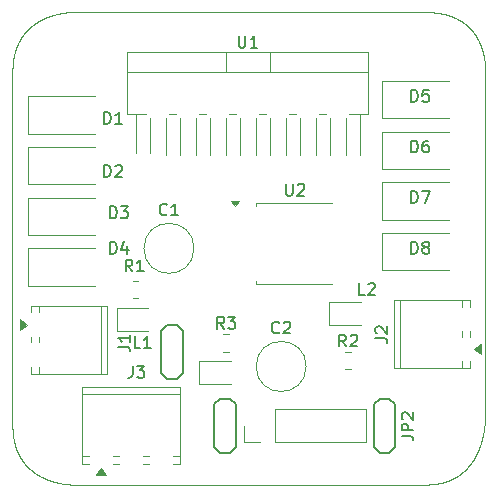
<source format=gbr>
%TF.GenerationSoftware,KiCad,Pcbnew,9.0.4*%
%TF.CreationDate,2025-09-01T01:35:23+05:30*%
%TF.ProjectId,L298,4c323938-2e6b-4696-9361-645f70636258,rev?*%
%TF.SameCoordinates,Original*%
%TF.FileFunction,Legend,Top*%
%TF.FilePolarity,Positive*%
%FSLAX46Y46*%
G04 Gerber Fmt 4.6, Leading zero omitted, Abs format (unit mm)*
G04 Created by KiCad (PCBNEW 9.0.4) date 2025-09-01 01:35:23*
%MOMM*%
%LPD*%
G01*
G04 APERTURE LIST*
%ADD10C,0.100000*%
%ADD11C,0.150000*%
%ADD12C,0.120000*%
G04 APERTURE END LIST*
D10*
X185000000Y-50000000D02*
X185012899Y-50000010D01*
X185025775Y-50000040D01*
X185038630Y-50000090D01*
X185051462Y-50000160D01*
X185064273Y-50000249D01*
X185077061Y-50000359D01*
X185089827Y-50000488D01*
X185102571Y-50000637D01*
X185115293Y-50000806D01*
X185127993Y-50000994D01*
X185140672Y-50001202D01*
X185153328Y-50001430D01*
X185165963Y-50001677D01*
X185178576Y-50001944D01*
X185191167Y-50002231D01*
X185203736Y-50002537D01*
X185216284Y-50002862D01*
X185228810Y-50003207D01*
X185241315Y-50003571D01*
X185253797Y-50003955D01*
X185266259Y-50004358D01*
X185278699Y-50004780D01*
X185291117Y-50005221D01*
X185303514Y-50005682D01*
X185315889Y-50006162D01*
X185328243Y-50006661D01*
X185340576Y-50007179D01*
X185352887Y-50007716D01*
X185365178Y-50008273D01*
X185377446Y-50008848D01*
X185389694Y-50009442D01*
X185401921Y-50010056D01*
X185414126Y-50010688D01*
X185426310Y-50011339D01*
X185438474Y-50012010D01*
X185450615Y-50012699D01*
X185462737Y-50013406D01*
X185474837Y-50014133D01*
X185486916Y-50014878D01*
X185498974Y-50015642D01*
X185511012Y-50016425D01*
X185523028Y-50017227D01*
X185535024Y-50018047D01*
X185546999Y-50018885D01*
X185558953Y-50019743D01*
X185570887Y-50020619D01*
X185582800Y-50021513D01*
X185594692Y-50022426D01*
X185606564Y-50023357D01*
X185618414Y-50024307D01*
X185630245Y-50025275D01*
X185642055Y-50026261D01*
X185653845Y-50027266D01*
X185665613Y-50028289D01*
X185677362Y-50029331D01*
X185689090Y-50030390D01*
X185700798Y-50031468D01*
X185712486Y-50032564D01*
X185724153Y-50033679D01*
X185735800Y-50034811D01*
X185747427Y-50035962D01*
X185759034Y-50037130D01*
X185770621Y-50038317D01*
X185782186Y-50039522D01*
X185793733Y-50040744D01*
X185805259Y-50041985D01*
X185816766Y-50043243D01*
X185828252Y-50044520D01*
X185839719Y-50045814D01*
X185851164Y-50047127D01*
X185862591Y-50048457D01*
X185873998Y-50049804D01*
X185885385Y-50051170D01*
X185896751Y-50052554D01*
X185908099Y-50053955D01*
X185919426Y-50055373D01*
X185930735Y-50056810D01*
X185942022Y-50058264D01*
X185953291Y-50059736D01*
X185964540Y-50061225D01*
X185975770Y-50062732D01*
X185986979Y-50064257D01*
X185998170Y-50065799D01*
X186009340Y-50067358D01*
X186020492Y-50068935D01*
X186031624Y-50070529D01*
X186042737Y-50072141D01*
X186053830Y-50073770D01*
X186064905Y-50075417D01*
X186075959Y-50077080D01*
X186086995Y-50078762D01*
X186098010Y-50080460D01*
X186109008Y-50082176D01*
X186119985Y-50083908D01*
X186130945Y-50085659D01*
X186141884Y-50087426D01*
X186152805Y-50089210D01*
X186163706Y-50091012D01*
X186174589Y-50092831D01*
X186185452Y-50094666D01*
X186196298Y-50096519D01*
X186207123Y-50098389D01*
X186217931Y-50100276D01*
X186228718Y-50102180D01*
X186239488Y-50104101D01*
X186250238Y-50106039D01*
X186260970Y-50107993D01*
X186271682Y-50109965D01*
X186282378Y-50111954D01*
X186293052Y-50113959D01*
X186303710Y-50115981D01*
X186314348Y-50118020D01*
X186324969Y-50120076D01*
X186335569Y-50122148D01*
X186346153Y-50124238D01*
X186356716Y-50126344D01*
X186367263Y-50128466D01*
X186377790Y-50130606D01*
X186388300Y-50132762D01*
X186398790Y-50134934D01*
X186409263Y-50137124D01*
X186419716Y-50139329D01*
X186430153Y-50141552D01*
X186440570Y-50143791D01*
X186450970Y-50146046D01*
X186461350Y-50148318D01*
X186471715Y-50150607D01*
X186482059Y-50152911D01*
X186492387Y-50155233D01*
X186502694Y-50157571D01*
X186512986Y-50159925D01*
X186523258Y-50162295D01*
X186533514Y-50164682D01*
X186543750Y-50167085D01*
X186553970Y-50169505D01*
X186564170Y-50171941D01*
X186574355Y-50174393D01*
X186584519Y-50176861D01*
X186594668Y-50179346D01*
X186604797Y-50181847D01*
X186614910Y-50184364D01*
X186625003Y-50186897D01*
X186635082Y-50189447D01*
X186645139Y-50192012D01*
X186655182Y-50194594D01*
X186665205Y-50197191D01*
X186675213Y-50199805D01*
X186685200Y-50202435D01*
X186695173Y-50205081D01*
X186705126Y-50207743D01*
X186715064Y-50210421D01*
X186724981Y-50213115D01*
X186734884Y-50215825D01*
X186744767Y-50218551D01*
X186754636Y-50221293D01*
X186764484Y-50224051D01*
X186774318Y-50226825D01*
X186784132Y-50229614D01*
X186793931Y-50232420D01*
X186803710Y-50235241D01*
X186813475Y-50238078D01*
X186823220Y-50240931D01*
X186832951Y-50243800D01*
X186842662Y-50246684D01*
X186852359Y-50249585D01*
X186862036Y-50252501D01*
X186871698Y-50255433D01*
X186881341Y-50258381D01*
X186890970Y-50261344D01*
X186900579Y-50264323D01*
X186910174Y-50267318D01*
X186919749Y-50270328D01*
X186929310Y-50273354D01*
X186938852Y-50276396D01*
X186948379Y-50279453D01*
X186957887Y-50282526D01*
X186967382Y-50285615D01*
X186976856Y-50288718D01*
X186986317Y-50291838D01*
X186995758Y-50294973D01*
X187005186Y-50298124D01*
X187014594Y-50301290D01*
X187023989Y-50304472D01*
X187033363Y-50307669D01*
X187042725Y-50310882D01*
X187052067Y-50314109D01*
X187070704Y-50320612D01*
X187089276Y-50327176D01*
X187107783Y-50333802D01*
X187126224Y-50340489D01*
X187144600Y-50347238D01*
X187162911Y-50354048D01*
X187181158Y-50360919D01*
X187199341Y-50367851D01*
X187217459Y-50374844D01*
X187235513Y-50381898D01*
X187253503Y-50389013D01*
X187271430Y-50396189D01*
X187289293Y-50403425D01*
X187307094Y-50410722D01*
X187324831Y-50418079D01*
X187342505Y-50425497D01*
X187360117Y-50432975D01*
X187377666Y-50440513D01*
X187395153Y-50448111D01*
X187412577Y-50455769D01*
X187429940Y-50463488D01*
X187447242Y-50471266D01*
X187464481Y-50479105D01*
X187481659Y-50487003D01*
X187498777Y-50494961D01*
X187515833Y-50502978D01*
X187532828Y-50511056D01*
X187549763Y-50519192D01*
X187566637Y-50527389D01*
X187583451Y-50535645D01*
X187600204Y-50543960D01*
X187616898Y-50552335D01*
X187633532Y-50560769D01*
X187650106Y-50569262D01*
X187666621Y-50577815D01*
X187683077Y-50586427D01*
X187699473Y-50595098D01*
X187715811Y-50603828D01*
X187732089Y-50612617D01*
X187748309Y-50621465D01*
X187764471Y-50630373D01*
X187780574Y-50639339D01*
X187796619Y-50648365D01*
X187812605Y-50657449D01*
X187828534Y-50666592D01*
X187844405Y-50675794D01*
X187860219Y-50685056D01*
X187875975Y-50694376D01*
X187891674Y-50703754D01*
X187907315Y-50713192D01*
X187922900Y-50722689D01*
X187938427Y-50732244D01*
X187953898Y-50741858D01*
X187969312Y-50751531D01*
X187984670Y-50761263D01*
X187999971Y-50771054D01*
X188015216Y-50780903D01*
X188030405Y-50790811D01*
X188045537Y-50800778D01*
X188060614Y-50810804D01*
X188075635Y-50820889D01*
X188090601Y-50831032D01*
X188105511Y-50841234D01*
X188120365Y-50851495D01*
X188135164Y-50861815D01*
X188149908Y-50872194D01*
X188164597Y-50882632D01*
X188179231Y-50893128D01*
X188193810Y-50903684D01*
X188208334Y-50914298D01*
X188222804Y-50924971D01*
X188237219Y-50935704D01*
X188251579Y-50946495D01*
X188265885Y-50957345D01*
X188280137Y-50968254D01*
X188294334Y-50979223D01*
X188308478Y-50990250D01*
X188322567Y-51001337D01*
X188336603Y-51012482D01*
X188350584Y-51023687D01*
X188364512Y-51034951D01*
X188378386Y-51046275D01*
X188392207Y-51057657D01*
X188405974Y-51069099D01*
X188419687Y-51080601D01*
X188433347Y-51092161D01*
X188446954Y-51103781D01*
X188460507Y-51115461D01*
X188474007Y-51127200D01*
X188487454Y-51138999D01*
X188500848Y-51150858D01*
X188514189Y-51162776D01*
X188527477Y-51174753D01*
X188540712Y-51186791D01*
X188553894Y-51198888D01*
X188567023Y-51211046D01*
X188580099Y-51223263D01*
X188593123Y-51235540D01*
X188606093Y-51247877D01*
X188619012Y-51260274D01*
X188631877Y-51272732D01*
X188644690Y-51285249D01*
X188657450Y-51297827D01*
X188670158Y-51310465D01*
X188682813Y-51323163D01*
X188695416Y-51335922D01*
X188707966Y-51348741D01*
X188720464Y-51361621D01*
X188732909Y-51374561D01*
X188745302Y-51387562D01*
X188757642Y-51400624D01*
X188769930Y-51413746D01*
X188782166Y-51426930D01*
X188794349Y-51440174D01*
X188806480Y-51453479D01*
X188818558Y-51466845D01*
X188830584Y-51480272D01*
X188842557Y-51493760D01*
X188854478Y-51507310D01*
X188866347Y-51520920D01*
X188878163Y-51534592D01*
X188889926Y-51548325D01*
X188901637Y-51562120D01*
X188913296Y-51575976D01*
X188924902Y-51589894D01*
X188936455Y-51603873D01*
X188947956Y-51617914D01*
X188959404Y-51632016D01*
X188970800Y-51646180D01*
X188982143Y-51660406D01*
X188993433Y-51674694D01*
X189004670Y-51689044D01*
X189015854Y-51703456D01*
X189026986Y-51717930D01*
X189038064Y-51732466D01*
X189049090Y-51747064D01*
X189060062Y-51761724D01*
X189070982Y-51776446D01*
X189081848Y-51791231D01*
X189092661Y-51806078D01*
X189103420Y-51820987D01*
X189114126Y-51835958D01*
X189124779Y-51850992D01*
X189135378Y-51866089D01*
X189145924Y-51881248D01*
X189156415Y-51896469D01*
X189166853Y-51911753D01*
X189177237Y-51927100D01*
X189187568Y-51942509D01*
X189197844Y-51957981D01*
X189208065Y-51973515D01*
X189218233Y-51989112D01*
X189228346Y-52004772D01*
X189238405Y-52020495D01*
X189248409Y-52036280D01*
X189258359Y-52052128D01*
X189268253Y-52068039D01*
X189278093Y-52084012D01*
X189287877Y-52100048D01*
X189297607Y-52116147D01*
X189307281Y-52132308D01*
X189316899Y-52148533D01*
X189326462Y-52164819D01*
X189335970Y-52181169D01*
X189345421Y-52197581D01*
X189354817Y-52214056D01*
X189364156Y-52230593D01*
X189373439Y-52247192D01*
X189382665Y-52263855D01*
X189391835Y-52280579D01*
X189400949Y-52297366D01*
X189410005Y-52314215D01*
X189419004Y-52331126D01*
X189427946Y-52348100D01*
X189436830Y-52365135D01*
X189445657Y-52382233D01*
X189454426Y-52399392D01*
X189463137Y-52416613D01*
X189471789Y-52433896D01*
X189480384Y-52451240D01*
X189488920Y-52468646D01*
X189497397Y-52486113D01*
X189505815Y-52503641D01*
X189514174Y-52521230D01*
X189522474Y-52538880D01*
X189530714Y-52556590D01*
X189538894Y-52574361D01*
X189547014Y-52592192D01*
X189555075Y-52610083D01*
X189563074Y-52628034D01*
X189571013Y-52646045D01*
X189578891Y-52664115D01*
X189586708Y-52682245D01*
X189594464Y-52700433D01*
X189602158Y-52718680D01*
X189609790Y-52736985D01*
X189617360Y-52755348D01*
X189624867Y-52773770D01*
X189632312Y-52792248D01*
X189639694Y-52810783D01*
X189647013Y-52829376D01*
X189654269Y-52848024D01*
X189661461Y-52866729D01*
X189668588Y-52885489D01*
X189675652Y-52904304D01*
X189682651Y-52923174D01*
X189689585Y-52942098D01*
X189696454Y-52961076D01*
X189703258Y-52980107D01*
X189709996Y-52999190D01*
X189716668Y-53018326D01*
X189723273Y-53037513D01*
X189729812Y-53056752D01*
X189736284Y-53076040D01*
X189742689Y-53095378D01*
X189749026Y-53114765D01*
X189755295Y-53134201D01*
X189761496Y-53153684D01*
X189767628Y-53173213D01*
X189773691Y-53192789D01*
X189779685Y-53212409D01*
X189785610Y-53232074D01*
X189791464Y-53251782D01*
X189797248Y-53271532D01*
X189802961Y-53291324D01*
X189808603Y-53311156D01*
X189814174Y-53331027D01*
X189819672Y-53350936D01*
X189825098Y-53370881D01*
X189830452Y-53390863D01*
X189835733Y-53410878D01*
X189840940Y-53430927D01*
X189846073Y-53451007D01*
X189851132Y-53471117D01*
X189856116Y-53491256D01*
X189861025Y-53511421D01*
X189865859Y-53531612D01*
X189870616Y-53551826D01*
X189875297Y-53572062D01*
X189879901Y-53592317D01*
X189884428Y-53612590D01*
X189888877Y-53632878D01*
X189893248Y-53653180D01*
X189897540Y-53673492D01*
X189901753Y-53693813D01*
X189905886Y-53714139D01*
X189909938Y-53734469D01*
X189913910Y-53754799D01*
X189917801Y-53775126D01*
X189921610Y-53795447D01*
X189925337Y-53815759D01*
X189928981Y-53836058D01*
X189932542Y-53856340D01*
X189936019Y-53876602D01*
X189939411Y-53896839D01*
X189942719Y-53917047D01*
X189945941Y-53937221D01*
X189949077Y-53957356D01*
X189952126Y-53977447D01*
X189955087Y-53997489D01*
X189957961Y-54017474D01*
X189960747Y-54037397D01*
X189963443Y-54057251D01*
X189966049Y-54077028D01*
X189968565Y-54096721D01*
X189970990Y-54116320D01*
X189973323Y-54135817D01*
X189975564Y-54155202D01*
X189977712Y-54174462D01*
X189979765Y-54193587D01*
X189981724Y-54212564D01*
X189983588Y-54231378D01*
X189985356Y-54250013D01*
X189987028Y-54268452D01*
X189988601Y-54286674D01*
X189990077Y-54304659D01*
X189991453Y-54322381D01*
X189992729Y-54339811D01*
X189993905Y-54356918D01*
X189994979Y-54373663D01*
X189995951Y-54390001D01*
X189996820Y-54405878D01*
X189997584Y-54421229D01*
X189998244Y-54435971D01*
X189998799Y-54449997D01*
X189999248Y-54463163D01*
X189999590Y-54475261D01*
X189999827Y-54485962D01*
X189999960Y-54494660D01*
X190000000Y-54500000D01*
X185000000Y-90000000D02*
X185011668Y-89999990D01*
X185023319Y-89999960D01*
X185034951Y-89999910D01*
X185046565Y-89999840D01*
X185058161Y-89999751D01*
X185069738Y-89999641D01*
X185081298Y-89999512D01*
X185092840Y-89999363D01*
X185104364Y-89999194D01*
X185115870Y-89999005D01*
X185127358Y-89998797D01*
X185138829Y-89998569D01*
X185150281Y-89998321D01*
X185161716Y-89998054D01*
X185173133Y-89997767D01*
X185184532Y-89997461D01*
X185195913Y-89997135D01*
X185207277Y-89996790D01*
X185218623Y-89996425D01*
X185229952Y-89996041D01*
X185241263Y-89995637D01*
X185252556Y-89995214D01*
X185263832Y-89994772D01*
X185275090Y-89994310D01*
X185286331Y-89993829D01*
X185297555Y-89993329D01*
X185308761Y-89992810D01*
X185319949Y-89992271D01*
X185331121Y-89991713D01*
X185342275Y-89991137D01*
X185353412Y-89990540D01*
X185364531Y-89989925D01*
X185375634Y-89989291D01*
X185386719Y-89988638D01*
X185397787Y-89987966D01*
X185408838Y-89987275D01*
X185419872Y-89986564D01*
X185430889Y-89985835D01*
X185441889Y-89985087D01*
X185452871Y-89984320D01*
X185463837Y-89983535D01*
X185474786Y-89982730D01*
X185485718Y-89981907D01*
X185496633Y-89981065D01*
X185507531Y-89980204D01*
X185518412Y-89979324D01*
X185529277Y-89978426D01*
X185540125Y-89977509D01*
X185550956Y-89976574D01*
X185561770Y-89975619D01*
X185572568Y-89974647D01*
X185583349Y-89973655D01*
X185594114Y-89972646D01*
X185604861Y-89971617D01*
X185615593Y-89970570D01*
X185626307Y-89969505D01*
X185637006Y-89968421D01*
X185647688Y-89967319D01*
X185658353Y-89966198D01*
X185669002Y-89965060D01*
X185679635Y-89963902D01*
X185690251Y-89962727D01*
X185700851Y-89961533D01*
X185711434Y-89960320D01*
X185722002Y-89959090D01*
X185732553Y-89957841D01*
X185743089Y-89956574D01*
X185753607Y-89955289D01*
X185764110Y-89953986D01*
X185774596Y-89952665D01*
X185785067Y-89951325D01*
X185795521Y-89949968D01*
X185805960Y-89948592D01*
X185816382Y-89947199D01*
X185826789Y-89945787D01*
X185837179Y-89944357D01*
X185847554Y-89942909D01*
X185857912Y-89941444D01*
X185868255Y-89939960D01*
X185878582Y-89938459D01*
X185888894Y-89936939D01*
X185899188Y-89935402D01*
X185909469Y-89933847D01*
X185919732Y-89932274D01*
X185929981Y-89930683D01*
X185940213Y-89929075D01*
X185950431Y-89927448D01*
X185960631Y-89925804D01*
X185970818Y-89924143D01*
X185980987Y-89922463D01*
X185991143Y-89920766D01*
X186001281Y-89919051D01*
X186011406Y-89917318D01*
X186021514Y-89915568D01*
X186031608Y-89913801D01*
X186041684Y-89912015D01*
X186051747Y-89910212D01*
X186061794Y-89908392D01*
X186071826Y-89906554D01*
X186081842Y-89904698D01*
X186091844Y-89902825D01*
X186101829Y-89900935D01*
X186111800Y-89899027D01*
X186121755Y-89897101D01*
X186131697Y-89895158D01*
X186141621Y-89893198D01*
X186151532Y-89891220D01*
X186161427Y-89889226D01*
X186171308Y-89887213D01*
X186181172Y-89885184D01*
X186191023Y-89883136D01*
X186200858Y-89881072D01*
X186210679Y-89878990D01*
X186220484Y-89876892D01*
X186230276Y-89874775D01*
X186240051Y-89872642D01*
X186249813Y-89870491D01*
X186259558Y-89868324D01*
X186269291Y-89866139D01*
X186279006Y-89863937D01*
X186288710Y-89861717D01*
X186298396Y-89859481D01*
X186308070Y-89857227D01*
X186317727Y-89854957D01*
X186327372Y-89852668D01*
X186337000Y-89850364D01*
X186346616Y-89848042D01*
X186356215Y-89845703D01*
X186365801Y-89843347D01*
X186375371Y-89840974D01*
X186384929Y-89838584D01*
X186394470Y-89836177D01*
X186403999Y-89833752D01*
X186413512Y-89831312D01*
X186423012Y-89828853D01*
X186432496Y-89826379D01*
X186441968Y-89823887D01*
X186451423Y-89821378D01*
X186460866Y-89818852D01*
X186470293Y-89816310D01*
X186479708Y-89813751D01*
X186489106Y-89811175D01*
X186498493Y-89808581D01*
X186507863Y-89805972D01*
X186517222Y-89803345D01*
X186526564Y-89800702D01*
X186535894Y-89798041D01*
X186545208Y-89795364D01*
X186554511Y-89792670D01*
X186563797Y-89789960D01*
X186582330Y-89784488D01*
X186600807Y-89778950D01*
X186619229Y-89773344D01*
X186637596Y-89767672D01*
X186655909Y-89761934D01*
X186674166Y-89756129D01*
X186692369Y-89750257D01*
X186710517Y-89744319D01*
X186728612Y-89738315D01*
X186746652Y-89732244D01*
X186764639Y-89726107D01*
X186782572Y-89719904D01*
X186800452Y-89713635D01*
X186818278Y-89707300D01*
X186836052Y-89700899D01*
X186853773Y-89694432D01*
X186871441Y-89687900D01*
X186889056Y-89681301D01*
X186906619Y-89674637D01*
X186924130Y-89667907D01*
X186941590Y-89661112D01*
X186958997Y-89654251D01*
X186976353Y-89647324D01*
X186993657Y-89640332D01*
X187010910Y-89633275D01*
X187028112Y-89626152D01*
X187045263Y-89618964D01*
X187062364Y-89611710D01*
X187079413Y-89604392D01*
X187096413Y-89597007D01*
X187113362Y-89589558D01*
X187130261Y-89582043D01*
X187147110Y-89574464D01*
X187163909Y-89566818D01*
X187180659Y-89559108D01*
X187197359Y-89551333D01*
X187214010Y-89543492D01*
X187230612Y-89535586D01*
X187247164Y-89527616D01*
X187263668Y-89519580D01*
X187280124Y-89511478D01*
X187296530Y-89503312D01*
X187312888Y-89495081D01*
X187329198Y-89486784D01*
X187345460Y-89478422D01*
X187361674Y-89469995D01*
X187377840Y-89461503D01*
X187393959Y-89452946D01*
X187410030Y-89444324D01*
X187426053Y-89435636D01*
X187442029Y-89426883D01*
X187457958Y-89418065D01*
X187473840Y-89409182D01*
X187489675Y-89400233D01*
X187505463Y-89391219D01*
X187521205Y-89382140D01*
X187536900Y-89372995D01*
X187552549Y-89363785D01*
X187568151Y-89354509D01*
X187583707Y-89345168D01*
X187599218Y-89335762D01*
X187614682Y-89326289D01*
X187630100Y-89316751D01*
X187645473Y-89307148D01*
X187660800Y-89297479D01*
X187676082Y-89287744D01*
X187691319Y-89277943D01*
X187706510Y-89268076D01*
X187721656Y-89258144D01*
X187736757Y-89248145D01*
X187751813Y-89238081D01*
X187766824Y-89227950D01*
X187781790Y-89217753D01*
X187796712Y-89207490D01*
X187811589Y-89197161D01*
X187826422Y-89186765D01*
X187841210Y-89176303D01*
X187855954Y-89165774D01*
X187870653Y-89155179D01*
X187885309Y-89144517D01*
X187899921Y-89133788D01*
X187914488Y-89122993D01*
X187929012Y-89112130D01*
X187943492Y-89101201D01*
X187957928Y-89090205D01*
X187972320Y-89079141D01*
X187986669Y-89068010D01*
X188000975Y-89056812D01*
X188015236Y-89045546D01*
X188029455Y-89034213D01*
X188043630Y-89022813D01*
X188057762Y-89011344D01*
X188071851Y-88999808D01*
X188085896Y-88988204D01*
X188099898Y-88976532D01*
X188113858Y-88964792D01*
X188127774Y-88952984D01*
X188141647Y-88941107D01*
X188155478Y-88929162D01*
X188169265Y-88917148D01*
X188183010Y-88905066D01*
X188196712Y-88892915D01*
X188210371Y-88880695D01*
X188223988Y-88868406D01*
X188237562Y-88856049D01*
X188251093Y-88843621D01*
X188264581Y-88831125D01*
X188278027Y-88818559D01*
X188291431Y-88805924D01*
X188304792Y-88793219D01*
X188318110Y-88780444D01*
X188331386Y-88767599D01*
X188344620Y-88754685D01*
X188357810Y-88741700D01*
X188370959Y-88728644D01*
X188384065Y-88715519D01*
X188397129Y-88702323D01*
X188410150Y-88689056D01*
X188423129Y-88675718D01*
X188436065Y-88662310D01*
X188448959Y-88648830D01*
X188461810Y-88635279D01*
X188474619Y-88621657D01*
X188487386Y-88607964D01*
X188500110Y-88594198D01*
X188512792Y-88580362D01*
X188525431Y-88566453D01*
X188538027Y-88552472D01*
X188550582Y-88538419D01*
X188563093Y-88524294D01*
X188575562Y-88510097D01*
X188587989Y-88495827D01*
X188600373Y-88481484D01*
X188612714Y-88467068D01*
X188625012Y-88452580D01*
X188637268Y-88438018D01*
X188649481Y-88423384D01*
X188661652Y-88408676D01*
X188673779Y-88393894D01*
X188685864Y-88379039D01*
X188697905Y-88364110D01*
X188709904Y-88349107D01*
X188721860Y-88334030D01*
X188733772Y-88318878D01*
X188745642Y-88303653D01*
X188757468Y-88288353D01*
X188769251Y-88272978D01*
X188780990Y-88257529D01*
X188792687Y-88242005D01*
X188804339Y-88226405D01*
X188815949Y-88210731D01*
X188827514Y-88194981D01*
X188839036Y-88179156D01*
X188850514Y-88163256D01*
X188861949Y-88147279D01*
X188873339Y-88131227D01*
X188884686Y-88115099D01*
X188895988Y-88098895D01*
X188907246Y-88082614D01*
X188918460Y-88066257D01*
X188929629Y-88049824D01*
X188940754Y-88033314D01*
X188951835Y-88016728D01*
X188962871Y-88000064D01*
X188973862Y-87983324D01*
X188984808Y-87966506D01*
X188995709Y-87949612D01*
X189006565Y-87932640D01*
X189017375Y-87915590D01*
X189028141Y-87898463D01*
X189038861Y-87881259D01*
X189049535Y-87863976D01*
X189060163Y-87846616D01*
X189070746Y-87829178D01*
X189081283Y-87811661D01*
X189091773Y-87794067D01*
X189102218Y-87776394D01*
X189112616Y-87758643D01*
X189122967Y-87740813D01*
X189133272Y-87722905D01*
X189143530Y-87704918D01*
X189153741Y-87686852D01*
X189163904Y-87668708D01*
X189174021Y-87650485D01*
X189184090Y-87632182D01*
X189194111Y-87613801D01*
X189204085Y-87595340D01*
X189214011Y-87576801D01*
X189223888Y-87558182D01*
X189233718Y-87539484D01*
X189243499Y-87520706D01*
X189253231Y-87501849D01*
X189262914Y-87482913D01*
X189272549Y-87463897D01*
X189282134Y-87444802D01*
X189291670Y-87425627D01*
X189301156Y-87406373D01*
X189310593Y-87387039D01*
X189319980Y-87367625D01*
X189329316Y-87348132D01*
X189338602Y-87328559D01*
X189347838Y-87308907D01*
X189357023Y-87289175D01*
X189366157Y-87269364D01*
X189375240Y-87249473D01*
X189384271Y-87229503D01*
X189393251Y-87209453D01*
X189402179Y-87189323D01*
X189411054Y-87169115D01*
X189419878Y-87148827D01*
X189428649Y-87128459D01*
X189437367Y-87108013D01*
X189446033Y-87087488D01*
X189454645Y-87066883D01*
X189463203Y-87046200D01*
X189471708Y-87025438D01*
X189480159Y-87004597D01*
X189488556Y-86983678D01*
X189496898Y-86962680D01*
X189505186Y-86941605D01*
X189513418Y-86920451D01*
X189521595Y-86899219D01*
X189529717Y-86877910D01*
X189537783Y-86856523D01*
X189545793Y-86835059D01*
X189553746Y-86813518D01*
X189561643Y-86791900D01*
X189569483Y-86770205D01*
X189577266Y-86748434D01*
X189584992Y-86726588D01*
X189592659Y-86704665D01*
X189600269Y-86682667D01*
X189607820Y-86660595D01*
X189615312Y-86638447D01*
X189622746Y-86616225D01*
X189630120Y-86593929D01*
X189637435Y-86571560D01*
X189644690Y-86549117D01*
X189651884Y-86526602D01*
X189659018Y-86504014D01*
X189666091Y-86481355D01*
X189673103Y-86458625D01*
X189680053Y-86435824D01*
X189686942Y-86412952D01*
X189693768Y-86390012D01*
X189700532Y-86367002D01*
X189707233Y-86343924D01*
X189713870Y-86320778D01*
X189720444Y-86297565D01*
X189726954Y-86274286D01*
X189733399Y-86250942D01*
X189739780Y-86227533D01*
X189746096Y-86204060D01*
X189752346Y-86180524D01*
X189758531Y-86156926D01*
X189764649Y-86133266D01*
X189770700Y-86109547D01*
X189776685Y-86085768D01*
X189782602Y-86061931D01*
X189788452Y-86038037D01*
X189794233Y-86014088D01*
X189799945Y-85990083D01*
X189805589Y-85966025D01*
X189811163Y-85941915D01*
X189816667Y-85917755D01*
X189822101Y-85893545D01*
X189827464Y-85869287D01*
X189832757Y-85844983D01*
X189837977Y-85820634D01*
X189843125Y-85796243D01*
X189848201Y-85771810D01*
X189853204Y-85747338D01*
X189858134Y-85722828D01*
X189862990Y-85698284D01*
X189867771Y-85673706D01*
X189872477Y-85649096D01*
X189877109Y-85624459D01*
X189881664Y-85599795D01*
X189886143Y-85575107D01*
X189890546Y-85550398D01*
X189894871Y-85525672D01*
X189899118Y-85500929D01*
X189903287Y-85476175D01*
X189907377Y-85451411D01*
X189911387Y-85426643D01*
X189915318Y-85401872D01*
X189919168Y-85377103D01*
X189922938Y-85352339D01*
X189926626Y-85327586D01*
X189930231Y-85302847D01*
X189933754Y-85278127D01*
X189937194Y-85253431D01*
X189940550Y-85228765D01*
X189943821Y-85204133D01*
X189947007Y-85179542D01*
X189950108Y-85154998D01*
X189953122Y-85130508D01*
X189956050Y-85106078D01*
X189958889Y-85081717D01*
X189961641Y-85057432D01*
X189964304Y-85033232D01*
X189966877Y-85009127D01*
X189969361Y-84985126D01*
X189971753Y-84961240D01*
X189974054Y-84937481D01*
X189976262Y-84913862D01*
X189978378Y-84890397D01*
X189980399Y-84867100D01*
X189982327Y-84843987D01*
X189984159Y-84821078D01*
X189985895Y-84798393D01*
X189987534Y-84775952D01*
X189989076Y-84753782D01*
X189990520Y-84731911D01*
X189991864Y-84710369D01*
X189993108Y-84689194D01*
X189994252Y-84668427D01*
X189995294Y-84648117D01*
X189996233Y-84628323D01*
X189997069Y-84609113D01*
X189997801Y-84590575D01*
X189998429Y-84572816D01*
X189998950Y-84555981D01*
X189999366Y-84540266D01*
X189999675Y-84525959D01*
X189999879Y-84513536D01*
X189999981Y-84503944D01*
X190000000Y-84500000D01*
X150000000Y-85000000D02*
X150000010Y-85012237D01*
X150000040Y-85024455D01*
X150000090Y-85036652D01*
X150000160Y-85048830D01*
X150000249Y-85060988D01*
X150000359Y-85073126D01*
X150000488Y-85085244D01*
X150000637Y-85097342D01*
X150000806Y-85109420D01*
X150000995Y-85121479D01*
X150001203Y-85133518D01*
X150001431Y-85145538D01*
X150001678Y-85157538D01*
X150001945Y-85169518D01*
X150002232Y-85181478D01*
X150002538Y-85193419D01*
X150002864Y-85205341D01*
X150003209Y-85217243D01*
X150003573Y-85229126D01*
X150003957Y-85240989D01*
X150004360Y-85252833D01*
X150004783Y-85264658D01*
X150005225Y-85276463D01*
X150005686Y-85288249D01*
X150006167Y-85300016D01*
X150006666Y-85311763D01*
X150007185Y-85323492D01*
X150007723Y-85335201D01*
X150008280Y-85346891D01*
X150008856Y-85358562D01*
X150009452Y-85370215D01*
X150010066Y-85381847D01*
X150010699Y-85393462D01*
X150011352Y-85405056D01*
X150012023Y-85416633D01*
X150012713Y-85428190D01*
X150013422Y-85439728D01*
X150014150Y-85451248D01*
X150014897Y-85462749D01*
X150015662Y-85474231D01*
X150016447Y-85485694D01*
X150017250Y-85497138D01*
X150018072Y-85508565D01*
X150018912Y-85519971D01*
X150019771Y-85531361D01*
X150020649Y-85542730D01*
X150021546Y-85554082D01*
X150022461Y-85565415D01*
X150023394Y-85576730D01*
X150024346Y-85588025D01*
X150025317Y-85599303D01*
X150026306Y-85610562D01*
X150027313Y-85621804D01*
X150028339Y-85633026D01*
X150029384Y-85644231D01*
X150030446Y-85655416D01*
X150031527Y-85666584D01*
X150032627Y-85677734D01*
X150033744Y-85688865D01*
X150034880Y-85699978D01*
X150036034Y-85711074D01*
X150037207Y-85722150D01*
X150038397Y-85733210D01*
X150039606Y-85744251D01*
X150040833Y-85755274D01*
X150042078Y-85766279D01*
X150043341Y-85777266D01*
X150044622Y-85788235D01*
X150045921Y-85799187D01*
X150047238Y-85810120D01*
X150048573Y-85821036D01*
X150049926Y-85831934D01*
X150051297Y-85842814D01*
X150052686Y-85853676D01*
X150054093Y-85864522D01*
X150055517Y-85875348D01*
X150056960Y-85886159D01*
X150058420Y-85896950D01*
X150059898Y-85907725D01*
X150061394Y-85918481D01*
X150062907Y-85929221D01*
X150064439Y-85939942D01*
X150065988Y-85950648D01*
X150067554Y-85961334D01*
X150069138Y-85972004D01*
X150070740Y-85982656D01*
X150072360Y-85993291D01*
X150073997Y-86003908D01*
X150075652Y-86014510D01*
X150077324Y-86025092D01*
X150079013Y-86035659D01*
X150080720Y-86046207D01*
X150082445Y-86056739D01*
X150084187Y-86067253D01*
X150085947Y-86077751D01*
X150087723Y-86088231D01*
X150089518Y-86098695D01*
X150091329Y-86109140D01*
X150093158Y-86119571D01*
X150095005Y-86129982D01*
X150096868Y-86140378D01*
X150098749Y-86150756D01*
X150100647Y-86161119D01*
X150102562Y-86171463D01*
X150104495Y-86181792D01*
X150106445Y-86192103D01*
X150108412Y-86202398D01*
X150110396Y-86212675D01*
X150112397Y-86222937D01*
X150114415Y-86233181D01*
X150116451Y-86243410D01*
X150118503Y-86253620D01*
X150120572Y-86263816D01*
X150122659Y-86273993D01*
X150124763Y-86284156D01*
X150126883Y-86294300D01*
X150129021Y-86304430D01*
X150131175Y-86314542D01*
X150133346Y-86324639D01*
X150135534Y-86334717D01*
X150137740Y-86344782D01*
X150139962Y-86354827D01*
X150142201Y-86364859D01*
X150144456Y-86374873D01*
X150146729Y-86384872D01*
X150149018Y-86394853D01*
X150151325Y-86404820D01*
X150153647Y-86414768D01*
X150155987Y-86424703D01*
X150158344Y-86434619D01*
X150160717Y-86444522D01*
X150163107Y-86454406D01*
X150165514Y-86464277D01*
X150167936Y-86474129D01*
X150170377Y-86483967D01*
X150172833Y-86493788D01*
X150175306Y-86503594D01*
X150177796Y-86513383D01*
X150180302Y-86523158D01*
X150182825Y-86532915D01*
X150185365Y-86542658D01*
X150187920Y-86552384D01*
X150190493Y-86562096D01*
X150193082Y-86571789D01*
X150195688Y-86581470D01*
X150198309Y-86591133D01*
X150200948Y-86600782D01*
X150203602Y-86610413D01*
X150206274Y-86620031D01*
X150208961Y-86629631D01*
X150211666Y-86639219D01*
X150214386Y-86648787D01*
X150217123Y-86658344D01*
X150219876Y-86667882D01*
X150222646Y-86677407D01*
X150225432Y-86686914D01*
X150228234Y-86696409D01*
X150231052Y-86705885D01*
X150233887Y-86715349D01*
X150236738Y-86724795D01*
X150239606Y-86734229D01*
X150242489Y-86743644D01*
X150245389Y-86753047D01*
X150248305Y-86762432D01*
X150251238Y-86771805D01*
X150254186Y-86781159D01*
X150260131Y-86799826D01*
X150266141Y-86818433D01*
X150272216Y-86836979D01*
X150278355Y-86855466D01*
X150284558Y-86873893D01*
X150290826Y-86892261D01*
X150297158Y-86910569D01*
X150303554Y-86928818D01*
X150310013Y-86947009D01*
X150316537Y-86965140D01*
X150323125Y-86983214D01*
X150329776Y-87001229D01*
X150336492Y-87019186D01*
X150343270Y-87037085D01*
X150350113Y-87054926D01*
X150357019Y-87072710D01*
X150363988Y-87090436D01*
X150371020Y-87108105D01*
X150378116Y-87125718D01*
X150385275Y-87143273D01*
X150392497Y-87160772D01*
X150399783Y-87178214D01*
X150407131Y-87195600D01*
X150414543Y-87212930D01*
X150422017Y-87230205D01*
X150429554Y-87247423D01*
X150437154Y-87264586D01*
X150444817Y-87281693D01*
X150452543Y-87298745D01*
X150460331Y-87315742D01*
X150468183Y-87332684D01*
X150476096Y-87349572D01*
X150484073Y-87366405D01*
X150492112Y-87383183D01*
X150500214Y-87399907D01*
X150508378Y-87416578D01*
X150516604Y-87433194D01*
X150524894Y-87449756D01*
X150533245Y-87466265D01*
X150541659Y-87482720D01*
X150550136Y-87499122D01*
X150558675Y-87515471D01*
X150567276Y-87531767D01*
X150575940Y-87548010D01*
X150584666Y-87564200D01*
X150593455Y-87580338D01*
X150602306Y-87596423D01*
X150611219Y-87612456D01*
X150620195Y-87628436D01*
X150629233Y-87644365D01*
X150638334Y-87660242D01*
X150647497Y-87676067D01*
X150656722Y-87691840D01*
X150666010Y-87707562D01*
X150675360Y-87723233D01*
X150684773Y-87738852D01*
X150694248Y-87754421D01*
X150703785Y-87769938D01*
X150713385Y-87785404D01*
X150723048Y-87800820D01*
X150732773Y-87816185D01*
X150742560Y-87831499D01*
X150752411Y-87846764D01*
X150762323Y-87861977D01*
X150772299Y-87877141D01*
X150782337Y-87892255D01*
X150792438Y-87907318D01*
X150802601Y-87922332D01*
X150812828Y-87937296D01*
X150823117Y-87952211D01*
X150833469Y-87967076D01*
X150843884Y-87981891D01*
X150854362Y-87996657D01*
X150864902Y-88011374D01*
X150875506Y-88026042D01*
X150886173Y-88040661D01*
X150896903Y-88055230D01*
X150907697Y-88069751D01*
X150918553Y-88084223D01*
X150929473Y-88098647D01*
X150940456Y-88113021D01*
X150951503Y-88127348D01*
X150962613Y-88141625D01*
X150973786Y-88155854D01*
X150985023Y-88170035D01*
X150996324Y-88184168D01*
X151007689Y-88198253D01*
X151019117Y-88212289D01*
X151030609Y-88226277D01*
X151042166Y-88240218D01*
X151053786Y-88254110D01*
X151065470Y-88267955D01*
X151077218Y-88281751D01*
X151089031Y-88295500D01*
X151100908Y-88309202D01*
X151112849Y-88322855D01*
X151124855Y-88336461D01*
X151136925Y-88350020D01*
X151149060Y-88363531D01*
X151161260Y-88376994D01*
X151173524Y-88390410D01*
X151185853Y-88403779D01*
X151198247Y-88417100D01*
X151210707Y-88430374D01*
X151223231Y-88443600D01*
X151235821Y-88456780D01*
X151248476Y-88469912D01*
X151261196Y-88482997D01*
X151273982Y-88496034D01*
X151286833Y-88509025D01*
X151299750Y-88521968D01*
X151312733Y-88534864D01*
X151325781Y-88547713D01*
X151338896Y-88560515D01*
X151352077Y-88573270D01*
X151365323Y-88585978D01*
X151378636Y-88598638D01*
X151392016Y-88611252D01*
X151405462Y-88623818D01*
X151418974Y-88636338D01*
X151432553Y-88648810D01*
X151446199Y-88661235D01*
X151459911Y-88673613D01*
X151473691Y-88685943D01*
X151487537Y-88698227D01*
X151501451Y-88710463D01*
X151515432Y-88722653D01*
X151529480Y-88734795D01*
X151543596Y-88746889D01*
X151557779Y-88758937D01*
X151572030Y-88770937D01*
X151586348Y-88782890D01*
X151600735Y-88794795D01*
X151615189Y-88806653D01*
X151629711Y-88818464D01*
X151644302Y-88830227D01*
X151658960Y-88841942D01*
X151673687Y-88853610D01*
X151688483Y-88865230D01*
X151703347Y-88876803D01*
X151718280Y-88888328D01*
X151733281Y-88899805D01*
X151748351Y-88911234D01*
X151763490Y-88922615D01*
X151778698Y-88933948D01*
X151793975Y-88945233D01*
X151809322Y-88956470D01*
X151824737Y-88967659D01*
X151840222Y-88978799D01*
X151855777Y-88989892D01*
X151871401Y-89000935D01*
X151887094Y-89011930D01*
X151902858Y-89022877D01*
X151918691Y-89033775D01*
X151934594Y-89044624D01*
X151950567Y-89055424D01*
X151966610Y-89066175D01*
X151982723Y-89076877D01*
X151998907Y-89087530D01*
X152015160Y-89098134D01*
X152031484Y-89108688D01*
X152047879Y-89119192D01*
X152064343Y-89129647D01*
X152080879Y-89140052D01*
X152097485Y-89150408D01*
X152114162Y-89160713D01*
X152130909Y-89170968D01*
X152147727Y-89181173D01*
X152164616Y-89191328D01*
X152181576Y-89201432D01*
X152198607Y-89211486D01*
X152215708Y-89221488D01*
X152232881Y-89231440D01*
X152250125Y-89241341D01*
X152267439Y-89251190D01*
X152284825Y-89260989D01*
X152302282Y-89270735D01*
X152319810Y-89280430D01*
X152337409Y-89290073D01*
X152355079Y-89299664D01*
X152372821Y-89309203D01*
X152390634Y-89318690D01*
X152408517Y-89328124D01*
X152426472Y-89337506D01*
X152444498Y-89346834D01*
X152462595Y-89356110D01*
X152480763Y-89365332D01*
X152499002Y-89374501D01*
X152517313Y-89383617D01*
X152535694Y-89392678D01*
X152554146Y-89401686D01*
X152572669Y-89410639D01*
X152591262Y-89419538D01*
X152609927Y-89428383D01*
X152628662Y-89437173D01*
X152647467Y-89445907D01*
X152666344Y-89454587D01*
X152685290Y-89463211D01*
X152704307Y-89471779D01*
X152723393Y-89480292D01*
X152742550Y-89488749D01*
X152761777Y-89497149D01*
X152781073Y-89505492D01*
X152800439Y-89513779D01*
X152819874Y-89522009D01*
X152839379Y-89530182D01*
X152858952Y-89538297D01*
X152878594Y-89546354D01*
X152898305Y-89554353D01*
X152918085Y-89562294D01*
X152937932Y-89570177D01*
X152957847Y-89578001D01*
X152977830Y-89585765D01*
X152997881Y-89593471D01*
X153017998Y-89601116D01*
X153038182Y-89608702D01*
X153058433Y-89616228D01*
X153078749Y-89623693D01*
X153099132Y-89631098D01*
X153119580Y-89638441D01*
X153140092Y-89645723D01*
X153160670Y-89652944D01*
X153181311Y-89660103D01*
X153202017Y-89667199D01*
X153222785Y-89674233D01*
X153243616Y-89681204D01*
X153264510Y-89688112D01*
X153285465Y-89694957D01*
X153306481Y-89701737D01*
X153327558Y-89708454D01*
X153348695Y-89715106D01*
X153369891Y-89721693D01*
X153391145Y-89728215D01*
X153412458Y-89734672D01*
X153433828Y-89741063D01*
X153455254Y-89747388D01*
X153476737Y-89753646D01*
X153498274Y-89759837D01*
X153519865Y-89765961D01*
X153541509Y-89772018D01*
X153563205Y-89778006D01*
X153584953Y-89783926D01*
X153606750Y-89789777D01*
X153628597Y-89795560D01*
X153650492Y-89801272D01*
X153672434Y-89806915D01*
X153694422Y-89812487D01*
X153716454Y-89817989D01*
X153738529Y-89823419D01*
X153760646Y-89828778D01*
X153782804Y-89834065D01*
X153805000Y-89839279D01*
X153827233Y-89844421D01*
X153849502Y-89849489D01*
X153871806Y-89854484D01*
X153894141Y-89859405D01*
X153916507Y-89864250D01*
X153938901Y-89869021D01*
X153961321Y-89873717D01*
X153983766Y-89878336D01*
X154006233Y-89882879D01*
X154028719Y-89887345D01*
X154051222Y-89891733D01*
X154073741Y-89896043D01*
X154096271Y-89900276D01*
X154118810Y-89904429D01*
X154141355Y-89908502D01*
X154163904Y-89912496D01*
X154186452Y-89916410D01*
X154208996Y-89920242D01*
X154231533Y-89923993D01*
X154254058Y-89927661D01*
X154276568Y-89931247D01*
X154299058Y-89934750D01*
X154321524Y-89938169D01*
X154343961Y-89941504D01*
X154366364Y-89944753D01*
X154388727Y-89947918D01*
X154411045Y-89950996D01*
X154433311Y-89953987D01*
X154455519Y-89956891D01*
X154477661Y-89959707D01*
X154499731Y-89962435D01*
X154521721Y-89965073D01*
X154543621Y-89967621D01*
X154565422Y-89970079D01*
X154587114Y-89972445D01*
X154608687Y-89974720D01*
X154630129Y-89976902D01*
X154651426Y-89978990D01*
X154672565Y-89980985D01*
X154693530Y-89982884D01*
X154714305Y-89984688D01*
X154734870Y-89986396D01*
X154755205Y-89988007D01*
X154775286Y-89989520D01*
X154795087Y-89990934D01*
X154814578Y-89992249D01*
X154833724Y-89993463D01*
X154852486Y-89994576D01*
X154870817Y-89995587D01*
X154888662Y-89996496D01*
X154905952Y-89997301D01*
X154922604Y-89998001D01*
X154938512Y-89998597D01*
X154953532Y-89999087D01*
X154967466Y-89999470D01*
X154980014Y-89999748D01*
X154990656Y-89999920D01*
X154998263Y-89999994D01*
X155000000Y-90000000D01*
X150000000Y-55000000D02*
X150000010Y-54987763D01*
X150000040Y-54975545D01*
X150000090Y-54963348D01*
X150000160Y-54951170D01*
X150000249Y-54939012D01*
X150000359Y-54926874D01*
X150000488Y-54914756D01*
X150000637Y-54902658D01*
X150000806Y-54890580D01*
X150000995Y-54878521D01*
X150001203Y-54866482D01*
X150001431Y-54854462D01*
X150001678Y-54842462D01*
X150001945Y-54830482D01*
X150002232Y-54818522D01*
X150002538Y-54806581D01*
X150002864Y-54794659D01*
X150003209Y-54782757D01*
X150003573Y-54770874D01*
X150003957Y-54759011D01*
X150004360Y-54747167D01*
X150004783Y-54735342D01*
X150005225Y-54723537D01*
X150005686Y-54711751D01*
X150006167Y-54699984D01*
X150006666Y-54688237D01*
X150007185Y-54676508D01*
X150007723Y-54664799D01*
X150008280Y-54653109D01*
X150008856Y-54641438D01*
X150009452Y-54629785D01*
X150010066Y-54618153D01*
X150010699Y-54606538D01*
X150011352Y-54594944D01*
X150012023Y-54583367D01*
X150012713Y-54571810D01*
X150013422Y-54560272D01*
X150014150Y-54548752D01*
X150014897Y-54537251D01*
X150015662Y-54525769D01*
X150016447Y-54514306D01*
X150017250Y-54502862D01*
X150018072Y-54491435D01*
X150018912Y-54480029D01*
X150019771Y-54468639D01*
X150020649Y-54457270D01*
X150021546Y-54445918D01*
X150022461Y-54434585D01*
X150023394Y-54423270D01*
X150024346Y-54411975D01*
X150025317Y-54400697D01*
X150026306Y-54389438D01*
X150027313Y-54378196D01*
X150028339Y-54366974D01*
X150029384Y-54355769D01*
X150030446Y-54344584D01*
X150031527Y-54333416D01*
X150032627Y-54322266D01*
X150033744Y-54311135D01*
X150034880Y-54300022D01*
X150036034Y-54288926D01*
X150037207Y-54277850D01*
X150038397Y-54266790D01*
X150039606Y-54255749D01*
X150040833Y-54244726D01*
X150042078Y-54233721D01*
X150043341Y-54222734D01*
X150044622Y-54211765D01*
X150045921Y-54200813D01*
X150047238Y-54189880D01*
X150048573Y-54178964D01*
X150049926Y-54168066D01*
X150051297Y-54157186D01*
X150052686Y-54146324D01*
X150054093Y-54135478D01*
X150055517Y-54124652D01*
X150056960Y-54113841D01*
X150058420Y-54103050D01*
X150059898Y-54092275D01*
X150061394Y-54081519D01*
X150062907Y-54070779D01*
X150064439Y-54060058D01*
X150065988Y-54049352D01*
X150067554Y-54038666D01*
X150069138Y-54027996D01*
X150070740Y-54017344D01*
X150072360Y-54006709D01*
X150073997Y-53996092D01*
X150075652Y-53985490D01*
X150077324Y-53974908D01*
X150079013Y-53964341D01*
X150080720Y-53953793D01*
X150082445Y-53943261D01*
X150084187Y-53932747D01*
X150085947Y-53922249D01*
X150087723Y-53911769D01*
X150089518Y-53901305D01*
X150091329Y-53890860D01*
X150093158Y-53880429D01*
X150095005Y-53870018D01*
X150096868Y-53859622D01*
X150098749Y-53849244D01*
X150100647Y-53838881D01*
X150102562Y-53828537D01*
X150104495Y-53818208D01*
X150106445Y-53807897D01*
X150108412Y-53797602D01*
X150110396Y-53787325D01*
X150112397Y-53777063D01*
X150114415Y-53766819D01*
X150116451Y-53756590D01*
X150118503Y-53746380D01*
X150120572Y-53736184D01*
X150122659Y-53726007D01*
X150124763Y-53715844D01*
X150126883Y-53705700D01*
X150129021Y-53695570D01*
X150131175Y-53685458D01*
X150133346Y-53675361D01*
X150135534Y-53665283D01*
X150137740Y-53655218D01*
X150139962Y-53645173D01*
X150142201Y-53635141D01*
X150144456Y-53625127D01*
X150146729Y-53615128D01*
X150149018Y-53605147D01*
X150151325Y-53595180D01*
X150153647Y-53585232D01*
X150155987Y-53575297D01*
X150158344Y-53565381D01*
X150160717Y-53555478D01*
X150163107Y-53545594D01*
X150165514Y-53535723D01*
X150167936Y-53525871D01*
X150170377Y-53516033D01*
X150172833Y-53506212D01*
X150175306Y-53496406D01*
X150177796Y-53486617D01*
X150180302Y-53476842D01*
X150182825Y-53467085D01*
X150185365Y-53457342D01*
X150187920Y-53447616D01*
X150190493Y-53437904D01*
X150193082Y-53428211D01*
X150195688Y-53418530D01*
X150198309Y-53408867D01*
X150200948Y-53399218D01*
X150203602Y-53389587D01*
X150206274Y-53379969D01*
X150208961Y-53370369D01*
X150211666Y-53360781D01*
X150214386Y-53351213D01*
X150217123Y-53341656D01*
X150219876Y-53332118D01*
X150222646Y-53322593D01*
X150225432Y-53313086D01*
X150228234Y-53303591D01*
X150231052Y-53294115D01*
X150233887Y-53284651D01*
X150236738Y-53275205D01*
X150239606Y-53265771D01*
X150242489Y-53256356D01*
X150245389Y-53246953D01*
X150248305Y-53237568D01*
X150251238Y-53228195D01*
X150254186Y-53218841D01*
X150260131Y-53200174D01*
X150266141Y-53181567D01*
X150272216Y-53163021D01*
X150278355Y-53144534D01*
X150284558Y-53126107D01*
X150290826Y-53107739D01*
X150297158Y-53089431D01*
X150303554Y-53071182D01*
X150310013Y-53052991D01*
X150316537Y-53034860D01*
X150323125Y-53016786D01*
X150329776Y-52998771D01*
X150336492Y-52980814D01*
X150343270Y-52962915D01*
X150350113Y-52945074D01*
X150357019Y-52927290D01*
X150363988Y-52909564D01*
X150371020Y-52891895D01*
X150378116Y-52874282D01*
X150385275Y-52856727D01*
X150392497Y-52839228D01*
X150399783Y-52821786D01*
X150407131Y-52804400D01*
X150414543Y-52787070D01*
X150422017Y-52769795D01*
X150429554Y-52752577D01*
X150437154Y-52735414D01*
X150444817Y-52718307D01*
X150452543Y-52701255D01*
X150460331Y-52684258D01*
X150468183Y-52667316D01*
X150476096Y-52650428D01*
X150484073Y-52633595D01*
X150492112Y-52616817D01*
X150500214Y-52600093D01*
X150508378Y-52583422D01*
X150516604Y-52566806D01*
X150524894Y-52550244D01*
X150533245Y-52533735D01*
X150541659Y-52517280D01*
X150550136Y-52500878D01*
X150558675Y-52484529D01*
X150567276Y-52468233D01*
X150575940Y-52451990D01*
X150584666Y-52435800D01*
X150593455Y-52419662D01*
X150602306Y-52403577D01*
X150611219Y-52387544D01*
X150620195Y-52371564D01*
X150629233Y-52355635D01*
X150638334Y-52339758D01*
X150647497Y-52323933D01*
X150656722Y-52308160D01*
X150666010Y-52292438D01*
X150675360Y-52276767D01*
X150684773Y-52261148D01*
X150694248Y-52245579D01*
X150703785Y-52230062D01*
X150713385Y-52214596D01*
X150723048Y-52199180D01*
X150732773Y-52183815D01*
X150742560Y-52168501D01*
X150752411Y-52153236D01*
X150762323Y-52138023D01*
X150772299Y-52122859D01*
X150782337Y-52107745D01*
X150792438Y-52092682D01*
X150802601Y-52077668D01*
X150812828Y-52062704D01*
X150823117Y-52047789D01*
X150833469Y-52032924D01*
X150843884Y-52018109D01*
X150854362Y-52003343D01*
X150864902Y-51988626D01*
X150875506Y-51973958D01*
X150886173Y-51959339D01*
X150896903Y-51944770D01*
X150907697Y-51930249D01*
X150918553Y-51915777D01*
X150929473Y-51901353D01*
X150940456Y-51886979D01*
X150951503Y-51872652D01*
X150962613Y-51858375D01*
X150973786Y-51844146D01*
X150985023Y-51829965D01*
X150996324Y-51815832D01*
X151007689Y-51801747D01*
X151019117Y-51787711D01*
X151030609Y-51773723D01*
X151042166Y-51759782D01*
X151053786Y-51745890D01*
X151065470Y-51732045D01*
X151077218Y-51718249D01*
X151089031Y-51704500D01*
X151100908Y-51690798D01*
X151112849Y-51677145D01*
X151124855Y-51663539D01*
X151136925Y-51649980D01*
X151149060Y-51636469D01*
X151161260Y-51623006D01*
X151173524Y-51609590D01*
X151185853Y-51596221D01*
X151198247Y-51582900D01*
X151210707Y-51569626D01*
X151223231Y-51556400D01*
X151235821Y-51543220D01*
X151248476Y-51530088D01*
X151261196Y-51517003D01*
X151273982Y-51503966D01*
X151286833Y-51490975D01*
X151299750Y-51478032D01*
X151312733Y-51465136D01*
X151325781Y-51452287D01*
X151338896Y-51439485D01*
X151352077Y-51426730D01*
X151365323Y-51414022D01*
X151378636Y-51401362D01*
X151392016Y-51388748D01*
X151405462Y-51376182D01*
X151418974Y-51363662D01*
X151432553Y-51351190D01*
X151446199Y-51338765D01*
X151459911Y-51326387D01*
X151473691Y-51314057D01*
X151487537Y-51301773D01*
X151501451Y-51289537D01*
X151515432Y-51277347D01*
X151529480Y-51265205D01*
X151543596Y-51253111D01*
X151557779Y-51241063D01*
X151572030Y-51229063D01*
X151586348Y-51217110D01*
X151600735Y-51205205D01*
X151615189Y-51193347D01*
X151629711Y-51181536D01*
X151644302Y-51169773D01*
X151658960Y-51158058D01*
X151673687Y-51146390D01*
X151688483Y-51134770D01*
X151703347Y-51123197D01*
X151718280Y-51111672D01*
X151733281Y-51100195D01*
X151748351Y-51088766D01*
X151763490Y-51077385D01*
X151778698Y-51066052D01*
X151793975Y-51054767D01*
X151809322Y-51043530D01*
X151824737Y-51032341D01*
X151840222Y-51021201D01*
X151855777Y-51010108D01*
X151871401Y-50999065D01*
X151887094Y-50988070D01*
X151902858Y-50977123D01*
X151918691Y-50966225D01*
X151934594Y-50955376D01*
X151950567Y-50944576D01*
X151966610Y-50933825D01*
X151982723Y-50923123D01*
X151998907Y-50912470D01*
X152015160Y-50901866D01*
X152031484Y-50891312D01*
X152047879Y-50880808D01*
X152064343Y-50870353D01*
X152080879Y-50859948D01*
X152097485Y-50849592D01*
X152114162Y-50839287D01*
X152130909Y-50829032D01*
X152147727Y-50818827D01*
X152164616Y-50808672D01*
X152181576Y-50798568D01*
X152198607Y-50788514D01*
X152215708Y-50778512D01*
X152232881Y-50768560D01*
X152250125Y-50758659D01*
X152267439Y-50748810D01*
X152284825Y-50739011D01*
X152302282Y-50729265D01*
X152319810Y-50719570D01*
X152337409Y-50709927D01*
X152355079Y-50700336D01*
X152372821Y-50690797D01*
X152390634Y-50681310D01*
X152408517Y-50671876D01*
X152426472Y-50662494D01*
X152444498Y-50653166D01*
X152462595Y-50643890D01*
X152480763Y-50634668D01*
X152499002Y-50625499D01*
X152517313Y-50616383D01*
X152535694Y-50607322D01*
X152554146Y-50598314D01*
X152572669Y-50589361D01*
X152591262Y-50580462D01*
X152609927Y-50571617D01*
X152628662Y-50562827D01*
X152647467Y-50554093D01*
X152666344Y-50545413D01*
X152685290Y-50536789D01*
X152704307Y-50528221D01*
X152723393Y-50519708D01*
X152742550Y-50511251D01*
X152761777Y-50502851D01*
X152781073Y-50494508D01*
X152800439Y-50486221D01*
X152819874Y-50477991D01*
X152839379Y-50469818D01*
X152858952Y-50461703D01*
X152878594Y-50453646D01*
X152898305Y-50445647D01*
X152918085Y-50437706D01*
X152937932Y-50429823D01*
X152957847Y-50421999D01*
X152977830Y-50414235D01*
X152997881Y-50406529D01*
X153017998Y-50398884D01*
X153038182Y-50391298D01*
X153058433Y-50383772D01*
X153078749Y-50376307D01*
X153099132Y-50368902D01*
X153119580Y-50361559D01*
X153140092Y-50354277D01*
X153160670Y-50347056D01*
X153181311Y-50339897D01*
X153202017Y-50332801D01*
X153222785Y-50325767D01*
X153243616Y-50318796D01*
X153264510Y-50311888D01*
X153285465Y-50305043D01*
X153306481Y-50298263D01*
X153327558Y-50291546D01*
X153348695Y-50284894D01*
X153369891Y-50278307D01*
X153391145Y-50271785D01*
X153412458Y-50265328D01*
X153433828Y-50258937D01*
X153455254Y-50252612D01*
X153476737Y-50246354D01*
X153498274Y-50240163D01*
X153519865Y-50234039D01*
X153541509Y-50227982D01*
X153563205Y-50221994D01*
X153584953Y-50216074D01*
X153606750Y-50210223D01*
X153628597Y-50204440D01*
X153650492Y-50198728D01*
X153672434Y-50193085D01*
X153694422Y-50187513D01*
X153716454Y-50182011D01*
X153738529Y-50176581D01*
X153760646Y-50171222D01*
X153782804Y-50165935D01*
X153805000Y-50160721D01*
X153827233Y-50155579D01*
X153849502Y-50150511D01*
X153871806Y-50145516D01*
X153894141Y-50140595D01*
X153916507Y-50135750D01*
X153938901Y-50130979D01*
X153961321Y-50126283D01*
X153983766Y-50121664D01*
X154006233Y-50117121D01*
X154028719Y-50112655D01*
X154051222Y-50108267D01*
X154073741Y-50103957D01*
X154096271Y-50099724D01*
X154118810Y-50095571D01*
X154141355Y-50091498D01*
X154163904Y-50087504D01*
X154186452Y-50083590D01*
X154208996Y-50079758D01*
X154231533Y-50076007D01*
X154254058Y-50072339D01*
X154276568Y-50068753D01*
X154299058Y-50065250D01*
X154321524Y-50061831D01*
X154343961Y-50058496D01*
X154366364Y-50055247D01*
X154388727Y-50052082D01*
X154411045Y-50049004D01*
X154433311Y-50046013D01*
X154455519Y-50043109D01*
X154477661Y-50040293D01*
X154499731Y-50037565D01*
X154521721Y-50034927D01*
X154543621Y-50032379D01*
X154565422Y-50029921D01*
X154587114Y-50027555D01*
X154608687Y-50025280D01*
X154630129Y-50023098D01*
X154651426Y-50021010D01*
X154672565Y-50019015D01*
X154693530Y-50017116D01*
X154714305Y-50015312D01*
X154734870Y-50013604D01*
X154755205Y-50011993D01*
X154775286Y-50010480D01*
X154795087Y-50009066D01*
X154814578Y-50007751D01*
X154833724Y-50006537D01*
X154852486Y-50005424D01*
X154870817Y-50004413D01*
X154888662Y-50003504D01*
X154905952Y-50002699D01*
X154922604Y-50001999D01*
X154938512Y-50001403D01*
X154953532Y-50000913D01*
X154967466Y-50000530D01*
X154980014Y-50000252D01*
X154990656Y-50000080D01*
X154998263Y-50000006D01*
X155000000Y-50000000D01*
X150000000Y-85000000D02*
X150000000Y-55000000D01*
X185000000Y-90000000D02*
X155000000Y-90000000D01*
X190000000Y-54500000D02*
X190000000Y-84500000D01*
X190000000Y-57990000D02*
X190000000Y-57990000D01*
X155000000Y-50000000D02*
X185000000Y-50000000D01*
D11*
X169158095Y-52004819D02*
X169158095Y-52814342D01*
X169158095Y-52814342D02*
X169205714Y-52909580D01*
X169205714Y-52909580D02*
X169253333Y-52957200D01*
X169253333Y-52957200D02*
X169348571Y-53004819D01*
X169348571Y-53004819D02*
X169539047Y-53004819D01*
X169539047Y-53004819D02*
X169634285Y-52957200D01*
X169634285Y-52957200D02*
X169681904Y-52909580D01*
X169681904Y-52909580D02*
X169729523Y-52814342D01*
X169729523Y-52814342D02*
X169729523Y-52004819D01*
X170729523Y-53004819D02*
X170158095Y-53004819D01*
X170443809Y-53004819D02*
X170443809Y-52004819D01*
X170443809Y-52004819D02*
X170348571Y-52147676D01*
X170348571Y-52147676D02*
X170253333Y-52242914D01*
X170253333Y-52242914D02*
X170158095Y-52290533D01*
X182954819Y-85883333D02*
X183669104Y-85883333D01*
X183669104Y-85883333D02*
X183811961Y-85930952D01*
X183811961Y-85930952D02*
X183907200Y-86026190D01*
X183907200Y-86026190D02*
X183954819Y-86169047D01*
X183954819Y-86169047D02*
X183954819Y-86264285D01*
X183954819Y-85407142D02*
X182954819Y-85407142D01*
X182954819Y-85407142D02*
X182954819Y-85026190D01*
X182954819Y-85026190D02*
X183002438Y-84930952D01*
X183002438Y-84930952D02*
X183050057Y-84883333D01*
X183050057Y-84883333D02*
X183145295Y-84835714D01*
X183145295Y-84835714D02*
X183288152Y-84835714D01*
X183288152Y-84835714D02*
X183383390Y-84883333D01*
X183383390Y-84883333D02*
X183431009Y-84930952D01*
X183431009Y-84930952D02*
X183478628Y-85026190D01*
X183478628Y-85026190D02*
X183478628Y-85407142D01*
X183050057Y-84454761D02*
X183002438Y-84407142D01*
X183002438Y-84407142D02*
X182954819Y-84311904D01*
X182954819Y-84311904D02*
X182954819Y-84073809D01*
X182954819Y-84073809D02*
X183002438Y-83978571D01*
X183002438Y-83978571D02*
X183050057Y-83930952D01*
X183050057Y-83930952D02*
X183145295Y-83883333D01*
X183145295Y-83883333D02*
X183240533Y-83883333D01*
X183240533Y-83883333D02*
X183383390Y-83930952D01*
X183383390Y-83930952D02*
X183954819Y-84502380D01*
X183954819Y-84502380D02*
X183954819Y-83883333D01*
X157761905Y-59454819D02*
X157761905Y-58454819D01*
X157761905Y-58454819D02*
X158000000Y-58454819D01*
X158000000Y-58454819D02*
X158142857Y-58502438D01*
X158142857Y-58502438D02*
X158238095Y-58597676D01*
X158238095Y-58597676D02*
X158285714Y-58692914D01*
X158285714Y-58692914D02*
X158333333Y-58883390D01*
X158333333Y-58883390D02*
X158333333Y-59026247D01*
X158333333Y-59026247D02*
X158285714Y-59216723D01*
X158285714Y-59216723D02*
X158238095Y-59311961D01*
X158238095Y-59311961D02*
X158142857Y-59407200D01*
X158142857Y-59407200D02*
X158000000Y-59454819D01*
X158000000Y-59454819D02*
X157761905Y-59454819D01*
X159285714Y-59454819D02*
X158714286Y-59454819D01*
X159000000Y-59454819D02*
X159000000Y-58454819D01*
X159000000Y-58454819D02*
X158904762Y-58597676D01*
X158904762Y-58597676D02*
X158809524Y-58692914D01*
X158809524Y-58692914D02*
X158714286Y-58740533D01*
X183761905Y-57584819D02*
X183761905Y-56584819D01*
X183761905Y-56584819D02*
X184000000Y-56584819D01*
X184000000Y-56584819D02*
X184142857Y-56632438D01*
X184142857Y-56632438D02*
X184238095Y-56727676D01*
X184238095Y-56727676D02*
X184285714Y-56822914D01*
X184285714Y-56822914D02*
X184333333Y-57013390D01*
X184333333Y-57013390D02*
X184333333Y-57156247D01*
X184333333Y-57156247D02*
X184285714Y-57346723D01*
X184285714Y-57346723D02*
X184238095Y-57441961D01*
X184238095Y-57441961D02*
X184142857Y-57537200D01*
X184142857Y-57537200D02*
X184000000Y-57584819D01*
X184000000Y-57584819D02*
X183761905Y-57584819D01*
X185238095Y-56584819D02*
X184761905Y-56584819D01*
X184761905Y-56584819D02*
X184714286Y-57061009D01*
X184714286Y-57061009D02*
X184761905Y-57013390D01*
X184761905Y-57013390D02*
X184857143Y-56965771D01*
X184857143Y-56965771D02*
X185095238Y-56965771D01*
X185095238Y-56965771D02*
X185190476Y-57013390D01*
X185190476Y-57013390D02*
X185238095Y-57061009D01*
X185238095Y-57061009D02*
X185285714Y-57156247D01*
X185285714Y-57156247D02*
X185285714Y-57394342D01*
X185285714Y-57394342D02*
X185238095Y-57489580D01*
X185238095Y-57489580D02*
X185190476Y-57537200D01*
X185190476Y-57537200D02*
X185095238Y-57584819D01*
X185095238Y-57584819D02*
X184857143Y-57584819D01*
X184857143Y-57584819D02*
X184761905Y-57537200D01*
X184761905Y-57537200D02*
X184714286Y-57489580D01*
X183761905Y-61874819D02*
X183761905Y-60874819D01*
X183761905Y-60874819D02*
X184000000Y-60874819D01*
X184000000Y-60874819D02*
X184142857Y-60922438D01*
X184142857Y-60922438D02*
X184238095Y-61017676D01*
X184238095Y-61017676D02*
X184285714Y-61112914D01*
X184285714Y-61112914D02*
X184333333Y-61303390D01*
X184333333Y-61303390D02*
X184333333Y-61446247D01*
X184333333Y-61446247D02*
X184285714Y-61636723D01*
X184285714Y-61636723D02*
X184238095Y-61731961D01*
X184238095Y-61731961D02*
X184142857Y-61827200D01*
X184142857Y-61827200D02*
X184000000Y-61874819D01*
X184000000Y-61874819D02*
X183761905Y-61874819D01*
X185190476Y-60874819D02*
X185000000Y-60874819D01*
X185000000Y-60874819D02*
X184904762Y-60922438D01*
X184904762Y-60922438D02*
X184857143Y-60970057D01*
X184857143Y-60970057D02*
X184761905Y-61112914D01*
X184761905Y-61112914D02*
X184714286Y-61303390D01*
X184714286Y-61303390D02*
X184714286Y-61684342D01*
X184714286Y-61684342D02*
X184761905Y-61779580D01*
X184761905Y-61779580D02*
X184809524Y-61827200D01*
X184809524Y-61827200D02*
X184904762Y-61874819D01*
X184904762Y-61874819D02*
X185095238Y-61874819D01*
X185095238Y-61874819D02*
X185190476Y-61827200D01*
X185190476Y-61827200D02*
X185238095Y-61779580D01*
X185238095Y-61779580D02*
X185285714Y-61684342D01*
X185285714Y-61684342D02*
X185285714Y-61446247D01*
X185285714Y-61446247D02*
X185238095Y-61351009D01*
X185238095Y-61351009D02*
X185190476Y-61303390D01*
X185190476Y-61303390D02*
X185095238Y-61255771D01*
X185095238Y-61255771D02*
X184904762Y-61255771D01*
X184904762Y-61255771D02*
X184809524Y-61303390D01*
X184809524Y-61303390D02*
X184761905Y-61351009D01*
X184761905Y-61351009D02*
X184714286Y-61446247D01*
X183761905Y-66164819D02*
X183761905Y-65164819D01*
X183761905Y-65164819D02*
X184000000Y-65164819D01*
X184000000Y-65164819D02*
X184142857Y-65212438D01*
X184142857Y-65212438D02*
X184238095Y-65307676D01*
X184238095Y-65307676D02*
X184285714Y-65402914D01*
X184285714Y-65402914D02*
X184333333Y-65593390D01*
X184333333Y-65593390D02*
X184333333Y-65736247D01*
X184333333Y-65736247D02*
X184285714Y-65926723D01*
X184285714Y-65926723D02*
X184238095Y-66021961D01*
X184238095Y-66021961D02*
X184142857Y-66117200D01*
X184142857Y-66117200D02*
X184000000Y-66164819D01*
X184000000Y-66164819D02*
X183761905Y-66164819D01*
X184666667Y-65164819D02*
X185333333Y-65164819D01*
X185333333Y-65164819D02*
X184904762Y-66164819D01*
X183761905Y-70454819D02*
X183761905Y-69454819D01*
X183761905Y-69454819D02*
X184000000Y-69454819D01*
X184000000Y-69454819D02*
X184142857Y-69502438D01*
X184142857Y-69502438D02*
X184238095Y-69597676D01*
X184238095Y-69597676D02*
X184285714Y-69692914D01*
X184285714Y-69692914D02*
X184333333Y-69883390D01*
X184333333Y-69883390D02*
X184333333Y-70026247D01*
X184333333Y-70026247D02*
X184285714Y-70216723D01*
X184285714Y-70216723D02*
X184238095Y-70311961D01*
X184238095Y-70311961D02*
X184142857Y-70407200D01*
X184142857Y-70407200D02*
X184000000Y-70454819D01*
X184000000Y-70454819D02*
X183761905Y-70454819D01*
X184904762Y-69883390D02*
X184809524Y-69835771D01*
X184809524Y-69835771D02*
X184761905Y-69788152D01*
X184761905Y-69788152D02*
X184714286Y-69692914D01*
X184714286Y-69692914D02*
X184714286Y-69645295D01*
X184714286Y-69645295D02*
X184761905Y-69550057D01*
X184761905Y-69550057D02*
X184809524Y-69502438D01*
X184809524Y-69502438D02*
X184904762Y-69454819D01*
X184904762Y-69454819D02*
X185095238Y-69454819D01*
X185095238Y-69454819D02*
X185190476Y-69502438D01*
X185190476Y-69502438D02*
X185238095Y-69550057D01*
X185238095Y-69550057D02*
X185285714Y-69645295D01*
X185285714Y-69645295D02*
X185285714Y-69692914D01*
X185285714Y-69692914D02*
X185238095Y-69788152D01*
X185238095Y-69788152D02*
X185190476Y-69835771D01*
X185190476Y-69835771D02*
X185095238Y-69883390D01*
X185095238Y-69883390D02*
X184904762Y-69883390D01*
X184904762Y-69883390D02*
X184809524Y-69931009D01*
X184809524Y-69931009D02*
X184761905Y-69978628D01*
X184761905Y-69978628D02*
X184714286Y-70073866D01*
X184714286Y-70073866D02*
X184714286Y-70264342D01*
X184714286Y-70264342D02*
X184761905Y-70359580D01*
X184761905Y-70359580D02*
X184809524Y-70407200D01*
X184809524Y-70407200D02*
X184904762Y-70454819D01*
X184904762Y-70454819D02*
X185095238Y-70454819D01*
X185095238Y-70454819D02*
X185190476Y-70407200D01*
X185190476Y-70407200D02*
X185238095Y-70359580D01*
X185238095Y-70359580D02*
X185285714Y-70264342D01*
X185285714Y-70264342D02*
X185285714Y-70073866D01*
X185285714Y-70073866D02*
X185238095Y-69978628D01*
X185238095Y-69978628D02*
X185190476Y-69931009D01*
X185190476Y-69931009D02*
X185095238Y-69883390D01*
X158261905Y-70454819D02*
X158261905Y-69454819D01*
X158261905Y-69454819D02*
X158500000Y-69454819D01*
X158500000Y-69454819D02*
X158642857Y-69502438D01*
X158642857Y-69502438D02*
X158738095Y-69597676D01*
X158738095Y-69597676D02*
X158785714Y-69692914D01*
X158785714Y-69692914D02*
X158833333Y-69883390D01*
X158833333Y-69883390D02*
X158833333Y-70026247D01*
X158833333Y-70026247D02*
X158785714Y-70216723D01*
X158785714Y-70216723D02*
X158738095Y-70311961D01*
X158738095Y-70311961D02*
X158642857Y-70407200D01*
X158642857Y-70407200D02*
X158500000Y-70454819D01*
X158500000Y-70454819D02*
X158261905Y-70454819D01*
X159690476Y-69788152D02*
X159690476Y-70454819D01*
X159452381Y-69407200D02*
X159214286Y-70121485D01*
X159214286Y-70121485D02*
X159833333Y-70121485D01*
X157761905Y-63954819D02*
X157761905Y-62954819D01*
X157761905Y-62954819D02*
X158000000Y-62954819D01*
X158000000Y-62954819D02*
X158142857Y-63002438D01*
X158142857Y-63002438D02*
X158238095Y-63097676D01*
X158238095Y-63097676D02*
X158285714Y-63192914D01*
X158285714Y-63192914D02*
X158333333Y-63383390D01*
X158333333Y-63383390D02*
X158333333Y-63526247D01*
X158333333Y-63526247D02*
X158285714Y-63716723D01*
X158285714Y-63716723D02*
X158238095Y-63811961D01*
X158238095Y-63811961D02*
X158142857Y-63907200D01*
X158142857Y-63907200D02*
X158000000Y-63954819D01*
X158000000Y-63954819D02*
X157761905Y-63954819D01*
X158714286Y-63050057D02*
X158761905Y-63002438D01*
X158761905Y-63002438D02*
X158857143Y-62954819D01*
X158857143Y-62954819D02*
X159095238Y-62954819D01*
X159095238Y-62954819D02*
X159190476Y-63002438D01*
X159190476Y-63002438D02*
X159238095Y-63050057D01*
X159238095Y-63050057D02*
X159285714Y-63145295D01*
X159285714Y-63145295D02*
X159285714Y-63240533D01*
X159285714Y-63240533D02*
X159238095Y-63383390D01*
X159238095Y-63383390D02*
X158666667Y-63954819D01*
X158666667Y-63954819D02*
X159285714Y-63954819D01*
X158261905Y-67454819D02*
X158261905Y-66454819D01*
X158261905Y-66454819D02*
X158500000Y-66454819D01*
X158500000Y-66454819D02*
X158642857Y-66502438D01*
X158642857Y-66502438D02*
X158738095Y-66597676D01*
X158738095Y-66597676D02*
X158785714Y-66692914D01*
X158785714Y-66692914D02*
X158833333Y-66883390D01*
X158833333Y-66883390D02*
X158833333Y-67026247D01*
X158833333Y-67026247D02*
X158785714Y-67216723D01*
X158785714Y-67216723D02*
X158738095Y-67311961D01*
X158738095Y-67311961D02*
X158642857Y-67407200D01*
X158642857Y-67407200D02*
X158500000Y-67454819D01*
X158500000Y-67454819D02*
X158261905Y-67454819D01*
X159166667Y-66454819D02*
X159785714Y-66454819D01*
X159785714Y-66454819D02*
X159452381Y-66835771D01*
X159452381Y-66835771D02*
X159595238Y-66835771D01*
X159595238Y-66835771D02*
X159690476Y-66883390D01*
X159690476Y-66883390D02*
X159738095Y-66931009D01*
X159738095Y-66931009D02*
X159785714Y-67026247D01*
X159785714Y-67026247D02*
X159785714Y-67264342D01*
X159785714Y-67264342D02*
X159738095Y-67359580D01*
X159738095Y-67359580D02*
X159690476Y-67407200D01*
X159690476Y-67407200D02*
X159595238Y-67454819D01*
X159595238Y-67454819D02*
X159309524Y-67454819D01*
X159309524Y-67454819D02*
X159214286Y-67407200D01*
X159214286Y-67407200D02*
X159166667Y-67359580D01*
X167920833Y-76804819D02*
X167587500Y-76328628D01*
X167349405Y-76804819D02*
X167349405Y-75804819D01*
X167349405Y-75804819D02*
X167730357Y-75804819D01*
X167730357Y-75804819D02*
X167825595Y-75852438D01*
X167825595Y-75852438D02*
X167873214Y-75900057D01*
X167873214Y-75900057D02*
X167920833Y-75995295D01*
X167920833Y-75995295D02*
X167920833Y-76138152D01*
X167920833Y-76138152D02*
X167873214Y-76233390D01*
X167873214Y-76233390D02*
X167825595Y-76281009D01*
X167825595Y-76281009D02*
X167730357Y-76328628D01*
X167730357Y-76328628D02*
X167349405Y-76328628D01*
X168254167Y-75804819D02*
X168873214Y-75804819D01*
X168873214Y-75804819D02*
X168539881Y-76185771D01*
X168539881Y-76185771D02*
X168682738Y-76185771D01*
X168682738Y-76185771D02*
X168777976Y-76233390D01*
X168777976Y-76233390D02*
X168825595Y-76281009D01*
X168825595Y-76281009D02*
X168873214Y-76376247D01*
X168873214Y-76376247D02*
X168873214Y-76614342D01*
X168873214Y-76614342D02*
X168825595Y-76709580D01*
X168825595Y-76709580D02*
X168777976Y-76757200D01*
X168777976Y-76757200D02*
X168682738Y-76804819D01*
X168682738Y-76804819D02*
X168397024Y-76804819D01*
X168397024Y-76804819D02*
X168301786Y-76757200D01*
X168301786Y-76757200D02*
X168254167Y-76709580D01*
X178245833Y-78304819D02*
X177912500Y-77828628D01*
X177674405Y-78304819D02*
X177674405Y-77304819D01*
X177674405Y-77304819D02*
X178055357Y-77304819D01*
X178055357Y-77304819D02*
X178150595Y-77352438D01*
X178150595Y-77352438D02*
X178198214Y-77400057D01*
X178198214Y-77400057D02*
X178245833Y-77495295D01*
X178245833Y-77495295D02*
X178245833Y-77638152D01*
X178245833Y-77638152D02*
X178198214Y-77733390D01*
X178198214Y-77733390D02*
X178150595Y-77781009D01*
X178150595Y-77781009D02*
X178055357Y-77828628D01*
X178055357Y-77828628D02*
X177674405Y-77828628D01*
X178626786Y-77400057D02*
X178674405Y-77352438D01*
X178674405Y-77352438D02*
X178769643Y-77304819D01*
X178769643Y-77304819D02*
X179007738Y-77304819D01*
X179007738Y-77304819D02*
X179102976Y-77352438D01*
X179102976Y-77352438D02*
X179150595Y-77400057D01*
X179150595Y-77400057D02*
X179198214Y-77495295D01*
X179198214Y-77495295D02*
X179198214Y-77590533D01*
X179198214Y-77590533D02*
X179150595Y-77733390D01*
X179150595Y-77733390D02*
X178579167Y-78304819D01*
X178579167Y-78304819D02*
X179198214Y-78304819D01*
X160158333Y-71954819D02*
X159825000Y-71478628D01*
X159586905Y-71954819D02*
X159586905Y-70954819D01*
X159586905Y-70954819D02*
X159967857Y-70954819D01*
X159967857Y-70954819D02*
X160063095Y-71002438D01*
X160063095Y-71002438D02*
X160110714Y-71050057D01*
X160110714Y-71050057D02*
X160158333Y-71145295D01*
X160158333Y-71145295D02*
X160158333Y-71288152D01*
X160158333Y-71288152D02*
X160110714Y-71383390D01*
X160110714Y-71383390D02*
X160063095Y-71431009D01*
X160063095Y-71431009D02*
X159967857Y-71478628D01*
X159967857Y-71478628D02*
X159586905Y-71478628D01*
X161110714Y-71954819D02*
X160539286Y-71954819D01*
X160825000Y-71954819D02*
X160825000Y-70954819D01*
X160825000Y-70954819D02*
X160729762Y-71097676D01*
X160729762Y-71097676D02*
X160634524Y-71192914D01*
X160634524Y-71192914D02*
X160539286Y-71240533D01*
X179833333Y-73954819D02*
X179357143Y-73954819D01*
X179357143Y-73954819D02*
X179357143Y-72954819D01*
X180119048Y-73050057D02*
X180166667Y-73002438D01*
X180166667Y-73002438D02*
X180261905Y-72954819D01*
X180261905Y-72954819D02*
X180500000Y-72954819D01*
X180500000Y-72954819D02*
X180595238Y-73002438D01*
X180595238Y-73002438D02*
X180642857Y-73050057D01*
X180642857Y-73050057D02*
X180690476Y-73145295D01*
X180690476Y-73145295D02*
X180690476Y-73240533D01*
X180690476Y-73240533D02*
X180642857Y-73383390D01*
X180642857Y-73383390D02*
X180071429Y-73954819D01*
X180071429Y-73954819D02*
X180690476Y-73954819D01*
X160833333Y-78454819D02*
X160357143Y-78454819D01*
X160357143Y-78454819D02*
X160357143Y-77454819D01*
X161690476Y-78454819D02*
X161119048Y-78454819D01*
X161404762Y-78454819D02*
X161404762Y-77454819D01*
X161404762Y-77454819D02*
X161309524Y-77597676D01*
X161309524Y-77597676D02*
X161214286Y-77692914D01*
X161214286Y-77692914D02*
X161119048Y-77740533D01*
X160166666Y-79954819D02*
X160166666Y-80669104D01*
X160166666Y-80669104D02*
X160119047Y-80811961D01*
X160119047Y-80811961D02*
X160023809Y-80907200D01*
X160023809Y-80907200D02*
X159880952Y-80954819D01*
X159880952Y-80954819D02*
X159785714Y-80954819D01*
X160547619Y-79954819D02*
X161166666Y-79954819D01*
X161166666Y-79954819D02*
X160833333Y-80335771D01*
X160833333Y-80335771D02*
X160976190Y-80335771D01*
X160976190Y-80335771D02*
X161071428Y-80383390D01*
X161071428Y-80383390D02*
X161119047Y-80431009D01*
X161119047Y-80431009D02*
X161166666Y-80526247D01*
X161166666Y-80526247D02*
X161166666Y-80764342D01*
X161166666Y-80764342D02*
X161119047Y-80859580D01*
X161119047Y-80859580D02*
X161071428Y-80907200D01*
X161071428Y-80907200D02*
X160976190Y-80954819D01*
X160976190Y-80954819D02*
X160690476Y-80954819D01*
X160690476Y-80954819D02*
X160595238Y-80907200D01*
X160595238Y-80907200D02*
X160547619Y-80859580D01*
X158954819Y-78333333D02*
X159669104Y-78333333D01*
X159669104Y-78333333D02*
X159811961Y-78380952D01*
X159811961Y-78380952D02*
X159907200Y-78476190D01*
X159907200Y-78476190D02*
X159954819Y-78619047D01*
X159954819Y-78619047D02*
X159954819Y-78714285D01*
X159954819Y-77333333D02*
X159954819Y-77904761D01*
X159954819Y-77619047D02*
X158954819Y-77619047D01*
X158954819Y-77619047D02*
X159097676Y-77714285D01*
X159097676Y-77714285D02*
X159192914Y-77809523D01*
X159192914Y-77809523D02*
X159240533Y-77904761D01*
X173153095Y-64527319D02*
X173153095Y-65336842D01*
X173153095Y-65336842D02*
X173200714Y-65432080D01*
X173200714Y-65432080D02*
X173248333Y-65479700D01*
X173248333Y-65479700D02*
X173343571Y-65527319D01*
X173343571Y-65527319D02*
X173534047Y-65527319D01*
X173534047Y-65527319D02*
X173629285Y-65479700D01*
X173629285Y-65479700D02*
X173676904Y-65432080D01*
X173676904Y-65432080D02*
X173724523Y-65336842D01*
X173724523Y-65336842D02*
X173724523Y-64527319D01*
X174153095Y-64622557D02*
X174200714Y-64574938D01*
X174200714Y-64574938D02*
X174295952Y-64527319D01*
X174295952Y-64527319D02*
X174534047Y-64527319D01*
X174534047Y-64527319D02*
X174629285Y-64574938D01*
X174629285Y-64574938D02*
X174676904Y-64622557D01*
X174676904Y-64622557D02*
X174724523Y-64717795D01*
X174724523Y-64717795D02*
X174724523Y-64813033D01*
X174724523Y-64813033D02*
X174676904Y-64955890D01*
X174676904Y-64955890D02*
X174105476Y-65527319D01*
X174105476Y-65527319D02*
X174724523Y-65527319D01*
X172583333Y-77109580D02*
X172535714Y-77157200D01*
X172535714Y-77157200D02*
X172392857Y-77204819D01*
X172392857Y-77204819D02*
X172297619Y-77204819D01*
X172297619Y-77204819D02*
X172154762Y-77157200D01*
X172154762Y-77157200D02*
X172059524Y-77061961D01*
X172059524Y-77061961D02*
X172011905Y-76966723D01*
X172011905Y-76966723D02*
X171964286Y-76776247D01*
X171964286Y-76776247D02*
X171964286Y-76633390D01*
X171964286Y-76633390D02*
X172011905Y-76442914D01*
X172011905Y-76442914D02*
X172059524Y-76347676D01*
X172059524Y-76347676D02*
X172154762Y-76252438D01*
X172154762Y-76252438D02*
X172297619Y-76204819D01*
X172297619Y-76204819D02*
X172392857Y-76204819D01*
X172392857Y-76204819D02*
X172535714Y-76252438D01*
X172535714Y-76252438D02*
X172583333Y-76300057D01*
X172964286Y-76300057D02*
X173011905Y-76252438D01*
X173011905Y-76252438D02*
X173107143Y-76204819D01*
X173107143Y-76204819D02*
X173345238Y-76204819D01*
X173345238Y-76204819D02*
X173440476Y-76252438D01*
X173440476Y-76252438D02*
X173488095Y-76300057D01*
X173488095Y-76300057D02*
X173535714Y-76395295D01*
X173535714Y-76395295D02*
X173535714Y-76490533D01*
X173535714Y-76490533D02*
X173488095Y-76633390D01*
X173488095Y-76633390D02*
X172916667Y-77204819D01*
X172916667Y-77204819D02*
X173535714Y-77204819D01*
X163083333Y-67109580D02*
X163035714Y-67157200D01*
X163035714Y-67157200D02*
X162892857Y-67204819D01*
X162892857Y-67204819D02*
X162797619Y-67204819D01*
X162797619Y-67204819D02*
X162654762Y-67157200D01*
X162654762Y-67157200D02*
X162559524Y-67061961D01*
X162559524Y-67061961D02*
X162511905Y-66966723D01*
X162511905Y-66966723D02*
X162464286Y-66776247D01*
X162464286Y-66776247D02*
X162464286Y-66633390D01*
X162464286Y-66633390D02*
X162511905Y-66442914D01*
X162511905Y-66442914D02*
X162559524Y-66347676D01*
X162559524Y-66347676D02*
X162654762Y-66252438D01*
X162654762Y-66252438D02*
X162797619Y-66204819D01*
X162797619Y-66204819D02*
X162892857Y-66204819D01*
X162892857Y-66204819D02*
X163035714Y-66252438D01*
X163035714Y-66252438D02*
X163083333Y-66300057D01*
X164035714Y-67204819D02*
X163464286Y-67204819D01*
X163750000Y-67204819D02*
X163750000Y-66204819D01*
X163750000Y-66204819D02*
X163654762Y-66347676D01*
X163654762Y-66347676D02*
X163559524Y-66442914D01*
X163559524Y-66442914D02*
X163464286Y-66490533D01*
X180734819Y-77603333D02*
X181449104Y-77603333D01*
X181449104Y-77603333D02*
X181591961Y-77650952D01*
X181591961Y-77650952D02*
X181687200Y-77746190D01*
X181687200Y-77746190D02*
X181734819Y-77889047D01*
X181734819Y-77889047D02*
X181734819Y-77984285D01*
X180830057Y-77174761D02*
X180782438Y-77127142D01*
X180782438Y-77127142D02*
X180734819Y-77031904D01*
X180734819Y-77031904D02*
X180734819Y-76793809D01*
X180734819Y-76793809D02*
X180782438Y-76698571D01*
X180782438Y-76698571D02*
X180830057Y-76650952D01*
X180830057Y-76650952D02*
X180925295Y-76603333D01*
X180925295Y-76603333D02*
X181020533Y-76603333D01*
X181020533Y-76603333D02*
X181163390Y-76650952D01*
X181163390Y-76650952D02*
X181734819Y-77222380D01*
X181734819Y-77222380D02*
X181734819Y-76603333D01*
D12*
%TO.C,U1*%
X180130000Y-58610000D02*
X178527000Y-58610000D01*
X180130000Y-53390000D02*
X180130000Y-58610000D01*
X179420000Y-58610000D02*
X179420000Y-62093000D01*
X178200000Y-58954000D02*
X178200000Y-62093000D01*
X176880000Y-58954000D02*
X176880000Y-62093000D01*
X176553000Y-58610000D02*
X175987000Y-58610000D01*
X175660000Y-58954000D02*
X175660000Y-62093000D01*
X174340000Y-58954000D02*
X174340000Y-62093000D01*
X174013000Y-58610000D02*
X173447000Y-58610000D01*
X173120000Y-58954000D02*
X173120000Y-62093000D01*
X171800000Y-58954000D02*
X171800000Y-62093000D01*
X171770000Y-53390000D02*
X171770000Y-55100000D01*
X171473000Y-58610000D02*
X170907000Y-58610000D01*
X170580000Y-58954000D02*
X170580000Y-62093000D01*
X169260000Y-58954000D02*
X169260000Y-62093000D01*
X168933000Y-58610000D02*
X168367000Y-58610000D01*
X168070000Y-53390000D02*
X168070000Y-55100000D01*
X168040000Y-58954000D02*
X168040000Y-62093000D01*
X166720000Y-58954000D02*
X166720000Y-62093000D01*
X166393000Y-58610000D02*
X165827000Y-58610000D01*
X165500000Y-58954000D02*
X165500000Y-62093000D01*
X164180000Y-58954000D02*
X164180000Y-62093000D01*
X163853000Y-58610000D02*
X163287000Y-58610000D01*
X162960000Y-58954000D02*
X162960000Y-62093000D01*
X161640000Y-58954000D02*
X161640000Y-61920000D01*
X161313000Y-58610000D02*
X159710000Y-58610000D01*
X160420000Y-58610000D02*
X160420000Y-61920000D01*
X159710000Y-58610000D02*
X159710000Y-53390000D01*
X159710000Y-55100000D02*
X180130000Y-55100000D01*
X159710000Y-53390000D02*
X180130000Y-53390000D01*
D11*
%TO.C,JP3*%
X163900000Y-76470000D02*
X164400000Y-76970000D01*
X163100000Y-76470000D02*
X163900000Y-76470000D01*
X164400000Y-76970000D02*
X164400000Y-80570000D01*
X162600000Y-76970000D02*
X163100000Y-76470000D01*
X164400000Y-80570000D02*
X163900000Y-81070000D01*
X162600000Y-80570000D02*
X162600000Y-76970000D01*
X163900000Y-81070000D02*
X163100000Y-81070000D01*
X163100000Y-81070000D02*
X162600000Y-80570000D01*
%TO.C,JP2*%
X181900000Y-82720000D02*
X182400000Y-83220000D01*
X181100000Y-82720000D02*
X181900000Y-82720000D01*
X182400000Y-83220000D02*
X182400000Y-86820000D01*
X180600000Y-83220000D02*
X181100000Y-82720000D01*
X182400000Y-86820000D02*
X181900000Y-87320000D01*
X180600000Y-86820000D02*
X180600000Y-83220000D01*
X181900000Y-87320000D02*
X181100000Y-87320000D01*
X181100000Y-87320000D02*
X180600000Y-86820000D01*
%TO.C,JP1*%
X168400000Y-82720000D02*
X168900000Y-83220000D01*
X167600000Y-82720000D02*
X168400000Y-82720000D01*
X168900000Y-83220000D02*
X168900000Y-86820000D01*
X167100000Y-83220000D02*
X167600000Y-82720000D01*
X168900000Y-86820000D02*
X168400000Y-87320000D01*
X167100000Y-86820000D02*
X167100000Y-83220000D01*
X168400000Y-87320000D02*
X167600000Y-87320000D01*
X167600000Y-87320000D02*
X167100000Y-86820000D01*
D12*
%TO.C,D1*%
X151315000Y-57125000D02*
X151315000Y-60295000D01*
X151315000Y-60295000D02*
X157000000Y-60295000D01*
X157000000Y-57125000D02*
X151315000Y-57125000D01*
%TO.C,D5*%
X187000000Y-55835000D02*
X181315000Y-55835000D01*
X181315000Y-59005000D02*
X187000000Y-59005000D01*
X181315000Y-55835000D02*
X181315000Y-59005000D01*
%TO.C,D6*%
X187000000Y-60125000D02*
X181315000Y-60125000D01*
X181315000Y-63295000D02*
X187000000Y-63295000D01*
X181315000Y-60125000D02*
X181315000Y-63295000D01*
%TO.C,D7*%
X187000000Y-64415000D02*
X181315000Y-64415000D01*
X181315000Y-67585000D02*
X187000000Y-67585000D01*
X181315000Y-64415000D02*
X181315000Y-67585000D01*
%TO.C,D8*%
X187000000Y-68705000D02*
X181315000Y-68705000D01*
X181315000Y-71875000D02*
X187000000Y-71875000D01*
X181315000Y-68705000D02*
X181315000Y-71875000D01*
%TO.C,D4*%
X157000000Y-69995000D02*
X151315000Y-69995000D01*
X151315000Y-73165000D02*
X157000000Y-73165000D01*
X151315000Y-69995000D02*
X151315000Y-73165000D01*
%TO.C,D2*%
X157000000Y-61415000D02*
X151315000Y-61415000D01*
X151315000Y-64585000D02*
X157000000Y-64585000D01*
X151315000Y-61415000D02*
X151315000Y-64585000D01*
%TO.C,D3*%
X157000000Y-65705000D02*
X151315000Y-65705000D01*
X151315000Y-68875000D02*
X157000000Y-68875000D01*
X151315000Y-65705000D02*
X151315000Y-68875000D01*
%TO.C,J5*%
X169580000Y-86380000D02*
X169580000Y-85000000D01*
X170960000Y-86380000D02*
X169580000Y-86380000D01*
X172230000Y-86380000D02*
X179960000Y-86380000D01*
X172230000Y-86380000D02*
X172230000Y-83620000D01*
X179960000Y-86380000D02*
X179960000Y-83620000D01*
X172230000Y-83620000D02*
X179960000Y-83620000D01*
%TO.C,R3*%
X167860436Y-77265000D02*
X168314564Y-77265000D01*
X167860436Y-78735000D02*
X168314564Y-78735000D01*
%TO.C,R2*%
X178185436Y-78765000D02*
X178639564Y-78765000D01*
X178185436Y-80235000D02*
X178639564Y-80235000D01*
%TO.C,R1*%
X160185436Y-72765000D02*
X160639564Y-72765000D01*
X160185436Y-74235000D02*
X160639564Y-74235000D01*
%TO.C,L3*%
X165815000Y-79540000D02*
X165815000Y-81460000D01*
X165815000Y-81460000D02*
X168500000Y-81460000D01*
X168500000Y-79540000D02*
X165815000Y-79540000D01*
%TO.C,L2*%
X176815000Y-74540000D02*
X176815000Y-76460000D01*
X176815000Y-76460000D02*
X179500000Y-76460000D01*
X179500000Y-74540000D02*
X176815000Y-74540000D01*
%TO.C,L1*%
X158815000Y-75040000D02*
X158815000Y-76960000D01*
X158815000Y-76960000D02*
X161500000Y-76960000D01*
X161500000Y-75040000D02*
X158815000Y-75040000D01*
%TO.C,J3*%
X155880000Y-81780000D02*
X164200000Y-81780000D01*
X155880000Y-82300000D02*
X164200000Y-82300000D01*
X155880000Y-87600000D02*
X156470000Y-87600000D01*
X155880000Y-88220000D02*
X155880000Y-81780000D01*
X156470000Y-88220000D02*
X155880000Y-88220000D01*
X158530000Y-87600000D02*
X159010000Y-87600000D01*
X159010000Y-88220000D02*
X158530000Y-88220000D01*
X161070000Y-87600000D02*
X161550000Y-87600000D01*
X161550000Y-88220000D02*
X161070000Y-88220000D01*
X163610000Y-87600000D02*
X164200000Y-87600000D01*
X164200000Y-81780000D02*
X164200000Y-88220000D01*
X164200000Y-88220000D02*
X163610000Y-88220000D01*
X157940000Y-89180000D02*
X157060000Y-89180000D01*
X157500000Y-88570000D01*
X157940000Y-89180000D01*
G36*
X157940000Y-89180000D02*
G01*
X157060000Y-89180000D01*
X157500000Y-88570000D01*
X157940000Y-89180000D01*
G37*
%TO.C,J1*%
X158027500Y-74840000D02*
X158027500Y-80620000D01*
X157507500Y-74840000D02*
X157507500Y-80620000D01*
X152207500Y-74840000D02*
X152207500Y-75430000D01*
X151587500Y-74840000D02*
X158027500Y-74840000D01*
X151587500Y-75430000D02*
X151587500Y-74840000D01*
X152207500Y-77490000D02*
X152207500Y-77970000D01*
X151587500Y-77970000D02*
X151587500Y-77490000D01*
X152207500Y-80030000D02*
X152207500Y-80620000D01*
X158027500Y-80620000D02*
X151587500Y-80620000D01*
X151587500Y-80620000D02*
X151587500Y-80030000D01*
X151237500Y-76460000D02*
X150627500Y-76900000D01*
X150627500Y-76020000D01*
X151237500Y-76460000D01*
G36*
X151237500Y-76460000D02*
G01*
X150627500Y-76900000D01*
X150627500Y-76020000D01*
X151237500Y-76460000D01*
G37*
%TO.C,U2*%
X170605000Y-66122500D02*
X170605000Y-66392500D01*
X170605000Y-73022500D02*
X170605000Y-72752500D01*
X177025000Y-66122500D02*
X170605000Y-66122500D01*
X177025000Y-73022500D02*
X170605000Y-73022500D01*
X168875000Y-66432500D02*
X168535000Y-65962500D01*
X169215000Y-65962500D01*
X168875000Y-66432500D01*
G36*
X168875000Y-66432500D02*
G01*
X168535000Y-65962500D01*
X169215000Y-65962500D01*
X168875000Y-66432500D01*
G37*
%TO.C,C2*%
X174870000Y-80000000D02*
G75*
G02*
X170630000Y-80000000I-2120000J0D01*
G01*
X170630000Y-80000000D02*
G75*
G02*
X174870000Y-80000000I2120000J0D01*
G01*
%TO.C,C1*%
X165370000Y-70000000D02*
G75*
G02*
X161130000Y-70000000I-2120000J0D01*
G01*
X161130000Y-70000000D02*
G75*
G02*
X165370000Y-70000000I2120000J0D01*
G01*
%TO.C,J2*%
X182280000Y-80160000D02*
X182280000Y-74380000D01*
X182800000Y-80160000D02*
X182800000Y-74380000D01*
X188100000Y-80160000D02*
X188100000Y-79570000D01*
X188720000Y-80160000D02*
X182280000Y-80160000D01*
X188720000Y-79570000D02*
X188720000Y-80160000D01*
X188100000Y-77510000D02*
X188100000Y-77030000D01*
X188720000Y-77030000D02*
X188720000Y-77510000D01*
X188100000Y-74970000D02*
X188100000Y-74380000D01*
X182280000Y-74380000D02*
X188720000Y-74380000D01*
X188720000Y-74380000D02*
X188720000Y-74970000D01*
X189680000Y-78980000D02*
X189070000Y-78540000D01*
X189680000Y-78100000D01*
X189680000Y-78980000D01*
G36*
X189680000Y-78980000D02*
G01*
X189070000Y-78540000D01*
X189680000Y-78100000D01*
X189680000Y-78980000D01*
G37*
%TD*%
M02*

</source>
